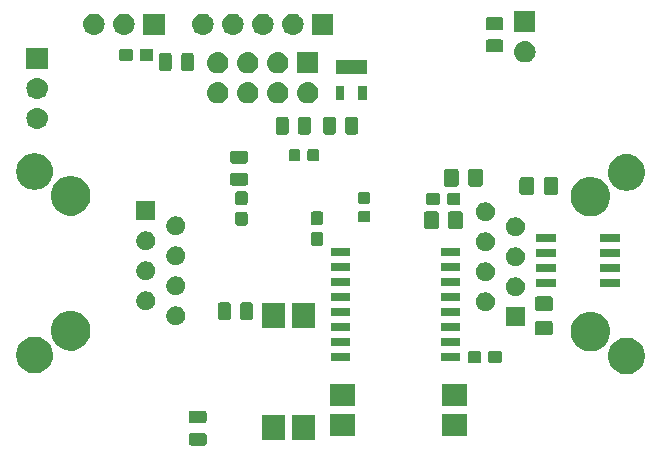
<source format=gbr>
G04 #@! TF.GenerationSoftware,KiCad,Pcbnew,(5.1.0)-1*
G04 #@! TF.CreationDate,2020-04-24T14:50:20+08:00*
G04 #@! TF.ProjectId,rs485_for_servo,72733438-355f-4666-9f72-5f736572766f,rev?*
G04 #@! TF.SameCoordinates,Original*
G04 #@! TF.FileFunction,Soldermask,Bot*
G04 #@! TF.FilePolarity,Negative*
%FSLAX46Y46*%
G04 Gerber Fmt 4.6, Leading zero omitted, Abs format (unit mm)*
G04 Created by KiCad (PCBNEW (5.1.0)-1) date 2020-04-24 14:50:20*
%MOMM*%
%LPD*%
G04 APERTURE LIST*
%ADD10C,0.100000*%
G04 APERTURE END LIST*
D10*
G36*
X94584468Y-55303565D02*
G01*
X94623138Y-55315296D01*
X94658777Y-55334346D01*
X94690017Y-55359983D01*
X94715654Y-55391223D01*
X94734704Y-55426862D01*
X94746435Y-55465532D01*
X94751000Y-55511888D01*
X94751000Y-56163112D01*
X94746435Y-56209468D01*
X94734704Y-56248138D01*
X94715654Y-56283777D01*
X94690017Y-56315017D01*
X94658777Y-56340654D01*
X94623138Y-56359704D01*
X94584468Y-56371435D01*
X94538112Y-56376000D01*
X93461888Y-56376000D01*
X93415532Y-56371435D01*
X93376862Y-56359704D01*
X93341223Y-56340654D01*
X93309983Y-56315017D01*
X93284346Y-56283777D01*
X93265296Y-56248138D01*
X93253565Y-56209468D01*
X93249000Y-56163112D01*
X93249000Y-55511888D01*
X93253565Y-55465532D01*
X93265296Y-55426862D01*
X93284346Y-55391223D01*
X93309983Y-55359983D01*
X93341223Y-55334346D01*
X93376862Y-55315296D01*
X93415532Y-55303565D01*
X93461888Y-55299000D01*
X94538112Y-55299000D01*
X94584468Y-55303565D01*
X94584468Y-55303565D01*
G37*
G36*
X103911000Y-55916000D02*
G01*
X102029000Y-55916000D01*
X102029000Y-53814000D01*
X103911000Y-53814000D01*
X103911000Y-55916000D01*
X103911000Y-55916000D01*
G37*
G36*
X101371000Y-55916000D02*
G01*
X99489000Y-55916000D01*
X99489000Y-53814000D01*
X101371000Y-53814000D01*
X101371000Y-55916000D01*
X101371000Y-55916000D01*
G37*
G36*
X107284000Y-55551000D02*
G01*
X105182000Y-55551000D01*
X105182000Y-53669000D01*
X107284000Y-53669000D01*
X107284000Y-55551000D01*
X107284000Y-55551000D01*
G37*
G36*
X116814000Y-55551000D02*
G01*
X114712000Y-55551000D01*
X114712000Y-53669000D01*
X116814000Y-53669000D01*
X116814000Y-55551000D01*
X116814000Y-55551000D01*
G37*
G36*
X94584468Y-53428565D02*
G01*
X94623138Y-53440296D01*
X94658777Y-53459346D01*
X94690017Y-53484983D01*
X94715654Y-53516223D01*
X94734704Y-53551862D01*
X94746435Y-53590532D01*
X94751000Y-53636888D01*
X94751000Y-54288112D01*
X94746435Y-54334468D01*
X94734704Y-54373138D01*
X94715654Y-54408777D01*
X94690017Y-54440017D01*
X94658777Y-54465654D01*
X94623138Y-54484704D01*
X94584468Y-54496435D01*
X94538112Y-54501000D01*
X93461888Y-54501000D01*
X93415532Y-54496435D01*
X93376862Y-54484704D01*
X93341223Y-54465654D01*
X93309983Y-54440017D01*
X93284346Y-54408777D01*
X93265296Y-54373138D01*
X93253565Y-54334468D01*
X93249000Y-54288112D01*
X93249000Y-53636888D01*
X93253565Y-53590532D01*
X93265296Y-53551862D01*
X93284346Y-53516223D01*
X93309983Y-53484983D01*
X93341223Y-53459346D01*
X93376862Y-53440296D01*
X93415532Y-53428565D01*
X93461888Y-53424000D01*
X94538112Y-53424000D01*
X94584468Y-53428565D01*
X94584468Y-53428565D01*
G37*
G36*
X116814000Y-53011000D02*
G01*
X114712000Y-53011000D01*
X114712000Y-51129000D01*
X116814000Y-51129000D01*
X116814000Y-53011000D01*
X116814000Y-53011000D01*
G37*
G36*
X107284000Y-53011000D02*
G01*
X105182000Y-53011000D01*
X105182000Y-51129000D01*
X107284000Y-51129000D01*
X107284000Y-53011000D01*
X107284000Y-53011000D01*
G37*
G36*
X130606585Y-47269802D02*
G01*
X130756410Y-47299604D01*
X131038674Y-47416521D01*
X131292705Y-47586259D01*
X131508741Y-47802295D01*
X131678479Y-48056326D01*
X131795396Y-48338590D01*
X131809998Y-48412000D01*
X131854754Y-48637000D01*
X131855000Y-48638240D01*
X131855000Y-48943760D01*
X131795396Y-49243410D01*
X131678479Y-49525674D01*
X131508741Y-49779705D01*
X131292705Y-49995741D01*
X131038674Y-50165479D01*
X130756410Y-50282396D01*
X130606585Y-50312198D01*
X130456761Y-50342000D01*
X130151239Y-50342000D01*
X130001415Y-50312198D01*
X129851590Y-50282396D01*
X129569326Y-50165479D01*
X129315295Y-49995741D01*
X129099259Y-49779705D01*
X128929521Y-49525674D01*
X128812604Y-49243410D01*
X128753000Y-48943760D01*
X128753000Y-48638240D01*
X128753247Y-48637000D01*
X128798002Y-48412000D01*
X128812604Y-48338590D01*
X128929521Y-48056326D01*
X129099259Y-47802295D01*
X129315295Y-47586259D01*
X129569326Y-47416521D01*
X129851590Y-47299604D01*
X130001415Y-47269802D01*
X130151239Y-47240000D01*
X130456761Y-47240000D01*
X130606585Y-47269802D01*
X130606585Y-47269802D01*
G37*
G36*
X80502585Y-47193802D02*
G01*
X80652410Y-47223604D01*
X80934674Y-47340521D01*
X81188705Y-47510259D01*
X81404741Y-47726295D01*
X81574479Y-47980326D01*
X81691396Y-48262590D01*
X81708304Y-48347592D01*
X81751000Y-48562239D01*
X81751000Y-48867761D01*
X81721198Y-49017585D01*
X81691396Y-49167410D01*
X81574479Y-49449674D01*
X81404741Y-49703705D01*
X81188705Y-49919741D01*
X80934674Y-50089479D01*
X80652410Y-50206396D01*
X80502585Y-50236198D01*
X80352761Y-50266000D01*
X80047239Y-50266000D01*
X79897415Y-50236198D01*
X79747590Y-50206396D01*
X79465326Y-50089479D01*
X79211295Y-49919741D01*
X78995259Y-49703705D01*
X78825521Y-49449674D01*
X78708604Y-49167410D01*
X78678802Y-49017585D01*
X78649000Y-48867761D01*
X78649000Y-48562239D01*
X78691696Y-48347592D01*
X78708604Y-48262590D01*
X78825521Y-47980326D01*
X78995259Y-47726295D01*
X79211295Y-47510259D01*
X79465326Y-47340521D01*
X79747590Y-47223604D01*
X79897415Y-47193802D01*
X80047239Y-47164000D01*
X80352761Y-47164000D01*
X80502585Y-47193802D01*
X80502585Y-47193802D01*
G37*
G36*
X117839499Y-48378445D02*
G01*
X117876995Y-48389820D01*
X117911554Y-48408292D01*
X117941847Y-48433153D01*
X117966708Y-48463446D01*
X117985180Y-48498005D01*
X117996555Y-48535501D01*
X118001000Y-48580638D01*
X118001000Y-49219362D01*
X117996555Y-49264499D01*
X117985180Y-49301995D01*
X117966708Y-49336554D01*
X117941847Y-49366847D01*
X117911554Y-49391708D01*
X117876995Y-49410180D01*
X117839499Y-49421555D01*
X117794362Y-49426000D01*
X117055638Y-49426000D01*
X117010501Y-49421555D01*
X116973005Y-49410180D01*
X116938446Y-49391708D01*
X116908153Y-49366847D01*
X116883292Y-49336554D01*
X116864820Y-49301995D01*
X116853445Y-49264499D01*
X116849000Y-49219362D01*
X116849000Y-48580638D01*
X116853445Y-48535501D01*
X116864820Y-48498005D01*
X116883292Y-48463446D01*
X116908153Y-48433153D01*
X116938446Y-48408292D01*
X116973005Y-48389820D01*
X117010501Y-48378445D01*
X117055638Y-48374000D01*
X117794362Y-48374000D01*
X117839499Y-48378445D01*
X117839499Y-48378445D01*
G37*
G36*
X119589499Y-48378445D02*
G01*
X119626995Y-48389820D01*
X119661554Y-48408292D01*
X119691847Y-48433153D01*
X119716708Y-48463446D01*
X119735180Y-48498005D01*
X119746555Y-48535501D01*
X119751000Y-48580638D01*
X119751000Y-49219362D01*
X119746555Y-49264499D01*
X119735180Y-49301995D01*
X119716708Y-49336554D01*
X119691847Y-49366847D01*
X119661554Y-49391708D01*
X119626995Y-49410180D01*
X119589499Y-49421555D01*
X119544362Y-49426000D01*
X118805638Y-49426000D01*
X118760501Y-49421555D01*
X118723005Y-49410180D01*
X118688446Y-49391708D01*
X118658153Y-49366847D01*
X118633292Y-49336554D01*
X118614820Y-49301995D01*
X118603445Y-49264499D01*
X118599000Y-49219362D01*
X118599000Y-48580638D01*
X118603445Y-48535501D01*
X118614820Y-48498005D01*
X118633292Y-48463446D01*
X118658153Y-48433153D01*
X118688446Y-48408292D01*
X118723005Y-48389820D01*
X118760501Y-48378445D01*
X118805638Y-48374000D01*
X119544362Y-48374000D01*
X119589499Y-48378445D01*
X119589499Y-48378445D01*
G37*
G36*
X106895000Y-49246000D02*
G01*
X105293000Y-49246000D01*
X105293000Y-48544000D01*
X106895000Y-48544000D01*
X106895000Y-49246000D01*
X106895000Y-49246000D01*
G37*
G36*
X116195000Y-49246000D02*
G01*
X114593000Y-49246000D01*
X114593000Y-48544000D01*
X116195000Y-48544000D01*
X116195000Y-49246000D01*
X116195000Y-49246000D01*
G37*
G36*
X127580971Y-45092204D02*
G01*
X127742871Y-45124408D01*
X128047883Y-45250748D01*
X128322387Y-45434166D01*
X128555834Y-45667613D01*
X128739252Y-45942117D01*
X128865592Y-46247129D01*
X128893215Y-46386000D01*
X128930000Y-46570927D01*
X128930000Y-46901073D01*
X128924238Y-46930038D01*
X128865592Y-47224871D01*
X128739252Y-47529883D01*
X128555834Y-47804387D01*
X128322387Y-48037834D01*
X128047883Y-48221252D01*
X127742871Y-48347592D01*
X127610110Y-48374000D01*
X127419073Y-48412000D01*
X127088927Y-48412000D01*
X126897890Y-48374000D01*
X126765129Y-48347592D01*
X126460117Y-48221252D01*
X126185613Y-48037834D01*
X125952166Y-47804387D01*
X125768748Y-47529883D01*
X125642408Y-47224871D01*
X125583762Y-46930038D01*
X125578000Y-46901073D01*
X125578000Y-46570927D01*
X125614785Y-46386000D01*
X125642408Y-46247129D01*
X125768748Y-45942117D01*
X125952166Y-45667613D01*
X126185613Y-45434166D01*
X126460117Y-45250748D01*
X126765129Y-45124408D01*
X126927029Y-45092204D01*
X127088927Y-45060000D01*
X127419073Y-45060000D01*
X127580971Y-45092204D01*
X127580971Y-45092204D01*
G37*
G36*
X83548718Y-45010584D02*
G01*
X83738871Y-45048408D01*
X84043883Y-45174748D01*
X84318387Y-45358166D01*
X84551834Y-45591613D01*
X84735252Y-45866117D01*
X84861592Y-46171129D01*
X84876709Y-46247129D01*
X84926000Y-46494927D01*
X84926000Y-46825073D01*
X84914481Y-46882983D01*
X84861592Y-47148871D01*
X84735252Y-47453883D01*
X84551834Y-47728387D01*
X84318387Y-47961834D01*
X84043883Y-48145252D01*
X83738871Y-48271592D01*
X83415073Y-48336000D01*
X83084927Y-48336000D01*
X82923029Y-48303796D01*
X82761129Y-48271592D01*
X82456117Y-48145252D01*
X82181613Y-47961834D01*
X81948166Y-47728387D01*
X81764748Y-47453883D01*
X81638408Y-47148871D01*
X81585519Y-46882983D01*
X81574000Y-46825073D01*
X81574000Y-46494927D01*
X81623291Y-46247129D01*
X81638408Y-46171129D01*
X81764748Y-45866117D01*
X81948166Y-45591613D01*
X82181613Y-45358166D01*
X82456117Y-45174748D01*
X82761129Y-45048408D01*
X82951282Y-45010584D01*
X83084927Y-44984000D01*
X83415073Y-44984000D01*
X83548718Y-45010584D01*
X83548718Y-45010584D01*
G37*
G36*
X106895000Y-47976000D02*
G01*
X105293000Y-47976000D01*
X105293000Y-47274000D01*
X106895000Y-47274000D01*
X106895000Y-47976000D01*
X106895000Y-47976000D01*
G37*
G36*
X116195000Y-47976000D02*
G01*
X114593000Y-47976000D01*
X114593000Y-47274000D01*
X116195000Y-47274000D01*
X116195000Y-47976000D01*
X116195000Y-47976000D01*
G37*
G36*
X123888674Y-45803465D02*
G01*
X123926367Y-45814899D01*
X123961103Y-45833466D01*
X123991548Y-45858452D01*
X124016534Y-45888897D01*
X124035101Y-45923633D01*
X124046535Y-45961326D01*
X124051000Y-46006661D01*
X124051000Y-46843339D01*
X124046535Y-46888674D01*
X124035101Y-46926367D01*
X124016534Y-46961103D01*
X123991548Y-46991548D01*
X123961103Y-47016534D01*
X123926367Y-47035101D01*
X123888674Y-47046535D01*
X123843339Y-47051000D01*
X122756661Y-47051000D01*
X122711326Y-47046535D01*
X122673633Y-47035101D01*
X122638897Y-47016534D01*
X122608452Y-46991548D01*
X122583466Y-46961103D01*
X122564899Y-46926367D01*
X122553465Y-46888674D01*
X122549000Y-46843339D01*
X122549000Y-46006661D01*
X122553465Y-45961326D01*
X122564899Y-45923633D01*
X122583466Y-45888897D01*
X122608452Y-45858452D01*
X122638897Y-45833466D01*
X122673633Y-45814899D01*
X122711326Y-45803465D01*
X122756661Y-45799000D01*
X123843339Y-45799000D01*
X123888674Y-45803465D01*
X123888674Y-45803465D01*
G37*
G36*
X116195000Y-46706000D02*
G01*
X114593000Y-46706000D01*
X114593000Y-46004000D01*
X116195000Y-46004000D01*
X116195000Y-46706000D01*
X116195000Y-46706000D01*
G37*
G36*
X106895000Y-46706000D02*
G01*
X105293000Y-46706000D01*
X105293000Y-46004000D01*
X106895000Y-46004000D01*
X106895000Y-46706000D01*
X106895000Y-46706000D01*
G37*
G36*
X101371000Y-46386000D02*
G01*
X99489000Y-46386000D01*
X99489000Y-44284000D01*
X101371000Y-44284000D01*
X101371000Y-46386000D01*
X101371000Y-46386000D01*
G37*
G36*
X103911000Y-46386000D02*
G01*
X102029000Y-46386000D01*
X102029000Y-44284000D01*
X103911000Y-44284000D01*
X103911000Y-46386000D01*
X103911000Y-46386000D01*
G37*
G36*
X121705000Y-46267000D02*
G01*
X120103000Y-46267000D01*
X120103000Y-44665000D01*
X121705000Y-44665000D01*
X121705000Y-46267000D01*
X121705000Y-46267000D01*
G37*
G36*
X92373642Y-44619781D02*
G01*
X92519414Y-44680162D01*
X92519416Y-44680163D01*
X92650608Y-44767822D01*
X92762178Y-44879392D01*
X92843433Y-45001000D01*
X92849838Y-45010586D01*
X92910219Y-45156358D01*
X92941000Y-45311107D01*
X92941000Y-45468893D01*
X92910219Y-45623642D01*
X92859356Y-45746435D01*
X92849837Y-45769416D01*
X92762178Y-45900608D01*
X92650608Y-46012178D01*
X92519416Y-46099837D01*
X92519415Y-46099838D01*
X92519414Y-46099838D01*
X92373642Y-46160219D01*
X92218893Y-46191000D01*
X92061107Y-46191000D01*
X91906358Y-46160219D01*
X91760586Y-46099838D01*
X91760585Y-46099838D01*
X91760584Y-46099837D01*
X91629392Y-46012178D01*
X91517822Y-45900608D01*
X91430163Y-45769416D01*
X91420644Y-45746435D01*
X91369781Y-45623642D01*
X91339000Y-45468893D01*
X91339000Y-45311107D01*
X91369781Y-45156358D01*
X91430162Y-45010586D01*
X91436567Y-45001000D01*
X91517822Y-44879392D01*
X91629392Y-44767822D01*
X91760584Y-44680163D01*
X91760586Y-44680162D01*
X91906358Y-44619781D01*
X92061107Y-44589000D01*
X92218893Y-44589000D01*
X92373642Y-44619781D01*
X92373642Y-44619781D01*
G37*
G36*
X96634468Y-44253565D02*
G01*
X96673138Y-44265296D01*
X96708777Y-44284346D01*
X96740017Y-44309983D01*
X96765654Y-44341223D01*
X96784704Y-44376862D01*
X96796435Y-44415532D01*
X96801000Y-44461888D01*
X96801000Y-45538112D01*
X96796435Y-45584468D01*
X96784704Y-45623138D01*
X96765654Y-45658777D01*
X96740017Y-45690017D01*
X96708777Y-45715654D01*
X96673138Y-45734704D01*
X96634468Y-45746435D01*
X96588112Y-45751000D01*
X95936888Y-45751000D01*
X95890532Y-45746435D01*
X95851862Y-45734704D01*
X95816223Y-45715654D01*
X95784983Y-45690017D01*
X95759346Y-45658777D01*
X95740296Y-45623138D01*
X95728565Y-45584468D01*
X95724000Y-45538112D01*
X95724000Y-44461888D01*
X95728565Y-44415532D01*
X95740296Y-44376862D01*
X95759346Y-44341223D01*
X95784983Y-44309983D01*
X95816223Y-44284346D01*
X95851862Y-44265296D01*
X95890532Y-44253565D01*
X95936888Y-44249000D01*
X96588112Y-44249000D01*
X96634468Y-44253565D01*
X96634468Y-44253565D01*
G37*
G36*
X98509468Y-44253565D02*
G01*
X98548138Y-44265296D01*
X98583777Y-44284346D01*
X98615017Y-44309983D01*
X98640654Y-44341223D01*
X98659704Y-44376862D01*
X98671435Y-44415532D01*
X98676000Y-44461888D01*
X98676000Y-45538112D01*
X98671435Y-45584468D01*
X98659704Y-45623138D01*
X98640654Y-45658777D01*
X98615017Y-45690017D01*
X98583777Y-45715654D01*
X98548138Y-45734704D01*
X98509468Y-45746435D01*
X98463112Y-45751000D01*
X97811888Y-45751000D01*
X97765532Y-45746435D01*
X97726862Y-45734704D01*
X97691223Y-45715654D01*
X97659983Y-45690017D01*
X97634346Y-45658777D01*
X97615296Y-45623138D01*
X97603565Y-45584468D01*
X97599000Y-45538112D01*
X97599000Y-44461888D01*
X97603565Y-44415532D01*
X97615296Y-44376862D01*
X97634346Y-44341223D01*
X97659983Y-44309983D01*
X97691223Y-44284346D01*
X97726862Y-44265296D01*
X97765532Y-44253565D01*
X97811888Y-44249000D01*
X98463112Y-44249000D01*
X98509468Y-44253565D01*
X98509468Y-44253565D01*
G37*
G36*
X106895000Y-45436000D02*
G01*
X105293000Y-45436000D01*
X105293000Y-44734000D01*
X106895000Y-44734000D01*
X106895000Y-45436000D01*
X106895000Y-45436000D01*
G37*
G36*
X116195000Y-45436000D02*
G01*
X114593000Y-45436000D01*
X114593000Y-44734000D01*
X116195000Y-44734000D01*
X116195000Y-45436000D01*
X116195000Y-45436000D01*
G37*
G36*
X123888674Y-43753465D02*
G01*
X123926367Y-43764899D01*
X123961103Y-43783466D01*
X123991548Y-43808452D01*
X124016534Y-43838897D01*
X124035101Y-43873633D01*
X124046535Y-43911326D01*
X124051000Y-43956661D01*
X124051000Y-44793339D01*
X124046535Y-44838674D01*
X124035101Y-44876367D01*
X124016534Y-44911103D01*
X123991548Y-44941548D01*
X123961103Y-44966534D01*
X123926367Y-44985101D01*
X123888674Y-44996535D01*
X123843339Y-45001000D01*
X122756661Y-45001000D01*
X122711326Y-44996535D01*
X122673633Y-44985101D01*
X122638897Y-44966534D01*
X122608452Y-44941548D01*
X122583466Y-44911103D01*
X122564899Y-44876367D01*
X122553465Y-44838674D01*
X122549000Y-44793339D01*
X122549000Y-43956661D01*
X122553465Y-43911326D01*
X122564899Y-43873633D01*
X122583466Y-43838897D01*
X122608452Y-43808452D01*
X122638897Y-43783466D01*
X122673633Y-43764899D01*
X122711326Y-43753465D01*
X122756661Y-43749000D01*
X123843339Y-43749000D01*
X123888674Y-43753465D01*
X123888674Y-43753465D01*
G37*
G36*
X118597642Y-43425781D02*
G01*
X118743414Y-43486162D01*
X118743416Y-43486163D01*
X118874608Y-43573822D01*
X118986178Y-43685392D01*
X119068403Y-43808452D01*
X119073838Y-43816586D01*
X119134219Y-43962358D01*
X119165000Y-44117107D01*
X119165000Y-44274893D01*
X119134219Y-44429642D01*
X119097516Y-44518250D01*
X119073837Y-44575416D01*
X118986178Y-44706608D01*
X118874608Y-44818178D01*
X118743416Y-44905837D01*
X118743415Y-44905838D01*
X118743414Y-44905838D01*
X118597642Y-44966219D01*
X118442893Y-44997000D01*
X118285107Y-44997000D01*
X118130358Y-44966219D01*
X117984586Y-44905838D01*
X117984585Y-44905838D01*
X117984584Y-44905837D01*
X117853392Y-44818178D01*
X117741822Y-44706608D01*
X117654163Y-44575416D01*
X117630484Y-44518250D01*
X117593781Y-44429642D01*
X117563000Y-44274893D01*
X117563000Y-44117107D01*
X117593781Y-43962358D01*
X117654162Y-43816586D01*
X117659597Y-43808452D01*
X117741822Y-43685392D01*
X117853392Y-43573822D01*
X117984584Y-43486163D01*
X117984586Y-43486162D01*
X118130358Y-43425781D01*
X118285107Y-43395000D01*
X118442893Y-43395000D01*
X118597642Y-43425781D01*
X118597642Y-43425781D01*
G37*
G36*
X89833642Y-43349781D02*
G01*
X89979414Y-43410162D01*
X89979416Y-43410163D01*
X90110608Y-43497822D01*
X90222178Y-43609392D01*
X90309837Y-43740584D01*
X90309838Y-43740586D01*
X90370219Y-43886358D01*
X90401000Y-44041107D01*
X90401000Y-44198893D01*
X90370219Y-44353642D01*
X90309838Y-44499414D01*
X90309837Y-44499416D01*
X90222178Y-44630608D01*
X90110608Y-44742178D01*
X89979416Y-44829837D01*
X89979415Y-44829838D01*
X89979414Y-44829838D01*
X89833642Y-44890219D01*
X89678893Y-44921000D01*
X89521107Y-44921000D01*
X89366358Y-44890219D01*
X89220586Y-44829838D01*
X89220585Y-44829838D01*
X89220584Y-44829837D01*
X89089392Y-44742178D01*
X88977822Y-44630608D01*
X88890163Y-44499416D01*
X88890162Y-44499414D01*
X88829781Y-44353642D01*
X88799000Y-44198893D01*
X88799000Y-44041107D01*
X88829781Y-43886358D01*
X88890162Y-43740586D01*
X88890163Y-43740584D01*
X88977822Y-43609392D01*
X89089392Y-43497822D01*
X89220584Y-43410163D01*
X89220586Y-43410162D01*
X89366358Y-43349781D01*
X89521107Y-43319000D01*
X89678893Y-43319000D01*
X89833642Y-43349781D01*
X89833642Y-43349781D01*
G37*
G36*
X106895000Y-44166000D02*
G01*
X105293000Y-44166000D01*
X105293000Y-43464000D01*
X106895000Y-43464000D01*
X106895000Y-44166000D01*
X106895000Y-44166000D01*
G37*
G36*
X116195000Y-44166000D02*
G01*
X114593000Y-44166000D01*
X114593000Y-43464000D01*
X116195000Y-43464000D01*
X116195000Y-44166000D01*
X116195000Y-44166000D01*
G37*
G36*
X121137642Y-42155781D02*
G01*
X121283414Y-42216162D01*
X121283416Y-42216163D01*
X121414608Y-42303822D01*
X121526178Y-42415392D01*
X121563057Y-42470586D01*
X121613838Y-42546586D01*
X121674219Y-42692358D01*
X121705000Y-42847107D01*
X121705000Y-43004893D01*
X121674219Y-43159642D01*
X121613838Y-43305414D01*
X121613837Y-43305416D01*
X121526178Y-43436608D01*
X121414608Y-43548178D01*
X121283416Y-43635837D01*
X121283415Y-43635838D01*
X121283414Y-43635838D01*
X121137642Y-43696219D01*
X120982893Y-43727000D01*
X120825107Y-43727000D01*
X120670358Y-43696219D01*
X120524586Y-43635838D01*
X120524585Y-43635838D01*
X120524584Y-43635837D01*
X120393392Y-43548178D01*
X120281822Y-43436608D01*
X120194163Y-43305416D01*
X120194162Y-43305414D01*
X120133781Y-43159642D01*
X120103000Y-43004893D01*
X120103000Y-42847107D01*
X120133781Y-42692358D01*
X120194162Y-42546586D01*
X120244943Y-42470586D01*
X120281822Y-42415392D01*
X120393392Y-42303822D01*
X120524584Y-42216163D01*
X120524586Y-42216162D01*
X120670358Y-42155781D01*
X120825107Y-42125000D01*
X120982893Y-42125000D01*
X121137642Y-42155781D01*
X121137642Y-42155781D01*
G37*
G36*
X92373642Y-42079781D02*
G01*
X92519414Y-42140162D01*
X92519416Y-42140163D01*
X92650608Y-42227822D01*
X92762178Y-42339392D01*
X92849837Y-42470584D01*
X92849838Y-42470586D01*
X92910219Y-42616358D01*
X92941000Y-42771107D01*
X92941000Y-42928893D01*
X92910219Y-43083642D01*
X92878738Y-43159643D01*
X92849837Y-43229416D01*
X92762178Y-43360608D01*
X92650608Y-43472178D01*
X92519416Y-43559837D01*
X92519415Y-43559838D01*
X92519414Y-43559838D01*
X92373642Y-43620219D01*
X92218893Y-43651000D01*
X92061107Y-43651000D01*
X91906358Y-43620219D01*
X91760586Y-43559838D01*
X91760585Y-43559838D01*
X91760584Y-43559837D01*
X91629392Y-43472178D01*
X91517822Y-43360608D01*
X91430163Y-43229416D01*
X91401262Y-43159643D01*
X91369781Y-43083642D01*
X91339000Y-42928893D01*
X91339000Y-42771107D01*
X91369781Y-42616358D01*
X91430162Y-42470586D01*
X91430163Y-42470584D01*
X91517822Y-42339392D01*
X91629392Y-42227822D01*
X91760584Y-42140163D01*
X91760586Y-42140162D01*
X91906358Y-42079781D01*
X92061107Y-42049000D01*
X92218893Y-42049000D01*
X92373642Y-42079781D01*
X92373642Y-42079781D01*
G37*
G36*
X124326000Y-42956000D02*
G01*
X122674000Y-42956000D01*
X122674000Y-42254000D01*
X124326000Y-42254000D01*
X124326000Y-42956000D01*
X124326000Y-42956000D01*
G37*
G36*
X129726000Y-42956000D02*
G01*
X128074000Y-42956000D01*
X128074000Y-42254000D01*
X129726000Y-42254000D01*
X129726000Y-42956000D01*
X129726000Y-42956000D01*
G37*
G36*
X116195000Y-42896000D02*
G01*
X114593000Y-42896000D01*
X114593000Y-42194000D01*
X116195000Y-42194000D01*
X116195000Y-42896000D01*
X116195000Y-42896000D01*
G37*
G36*
X106895000Y-42896000D02*
G01*
X105293000Y-42896000D01*
X105293000Y-42194000D01*
X106895000Y-42194000D01*
X106895000Y-42896000D01*
X106895000Y-42896000D01*
G37*
G36*
X118597642Y-40885781D02*
G01*
X118743414Y-40946162D01*
X118743416Y-40946163D01*
X118874608Y-41033822D01*
X118986178Y-41145392D01*
X119023057Y-41200586D01*
X119073838Y-41276586D01*
X119134219Y-41422358D01*
X119165000Y-41577107D01*
X119165000Y-41734893D01*
X119134219Y-41889642D01*
X119073838Y-42035414D01*
X119073837Y-42035416D01*
X118986178Y-42166608D01*
X118874608Y-42278178D01*
X118743416Y-42365837D01*
X118743415Y-42365838D01*
X118743414Y-42365838D01*
X118597642Y-42426219D01*
X118442893Y-42457000D01*
X118285107Y-42457000D01*
X118130358Y-42426219D01*
X117984586Y-42365838D01*
X117984585Y-42365838D01*
X117984584Y-42365837D01*
X117853392Y-42278178D01*
X117741822Y-42166608D01*
X117654163Y-42035416D01*
X117654162Y-42035414D01*
X117593781Y-41889642D01*
X117563000Y-41734893D01*
X117563000Y-41577107D01*
X117593781Y-41422358D01*
X117654162Y-41276586D01*
X117704943Y-41200586D01*
X117741822Y-41145392D01*
X117853392Y-41033822D01*
X117984584Y-40946163D01*
X117984586Y-40946162D01*
X118130358Y-40885781D01*
X118285107Y-40855000D01*
X118442893Y-40855000D01*
X118597642Y-40885781D01*
X118597642Y-40885781D01*
G37*
G36*
X89833642Y-40809781D02*
G01*
X89979414Y-40870162D01*
X89979416Y-40870163D01*
X90110608Y-40957822D01*
X90222178Y-41069392D01*
X90309837Y-41200584D01*
X90309838Y-41200586D01*
X90370219Y-41346358D01*
X90401000Y-41501107D01*
X90401000Y-41658893D01*
X90370219Y-41813642D01*
X90338738Y-41889643D01*
X90309837Y-41959416D01*
X90222178Y-42090608D01*
X90110608Y-42202178D01*
X89979416Y-42289837D01*
X89979415Y-42289838D01*
X89979414Y-42289838D01*
X89833642Y-42350219D01*
X89678893Y-42381000D01*
X89521107Y-42381000D01*
X89366358Y-42350219D01*
X89220586Y-42289838D01*
X89220585Y-42289838D01*
X89220584Y-42289837D01*
X89089392Y-42202178D01*
X88977822Y-42090608D01*
X88890163Y-41959416D01*
X88861262Y-41889643D01*
X88829781Y-41813642D01*
X88799000Y-41658893D01*
X88799000Y-41501107D01*
X88829781Y-41346358D01*
X88890162Y-41200586D01*
X88890163Y-41200584D01*
X88977822Y-41069392D01*
X89089392Y-40957822D01*
X89220584Y-40870163D01*
X89220586Y-40870162D01*
X89366358Y-40809781D01*
X89521107Y-40779000D01*
X89678893Y-40779000D01*
X89833642Y-40809781D01*
X89833642Y-40809781D01*
G37*
G36*
X129726000Y-41686000D02*
G01*
X128074000Y-41686000D01*
X128074000Y-40984000D01*
X129726000Y-40984000D01*
X129726000Y-41686000D01*
X129726000Y-41686000D01*
G37*
G36*
X124326000Y-41686000D02*
G01*
X122674000Y-41686000D01*
X122674000Y-40984000D01*
X124326000Y-40984000D01*
X124326000Y-41686000D01*
X124326000Y-41686000D01*
G37*
G36*
X106895000Y-41626000D02*
G01*
X105293000Y-41626000D01*
X105293000Y-40924000D01*
X106895000Y-40924000D01*
X106895000Y-41626000D01*
X106895000Y-41626000D01*
G37*
G36*
X116195000Y-41626000D02*
G01*
X114593000Y-41626000D01*
X114593000Y-40924000D01*
X116195000Y-40924000D01*
X116195000Y-41626000D01*
X116195000Y-41626000D01*
G37*
G36*
X121137642Y-39615781D02*
G01*
X121283414Y-39676162D01*
X121283416Y-39676163D01*
X121414608Y-39763822D01*
X121526178Y-39875392D01*
X121563057Y-39930586D01*
X121613838Y-40006586D01*
X121674219Y-40152358D01*
X121705000Y-40307107D01*
X121705000Y-40464893D01*
X121674219Y-40619642D01*
X121613838Y-40765414D01*
X121613837Y-40765416D01*
X121526178Y-40896608D01*
X121414608Y-41008178D01*
X121283416Y-41095837D01*
X121283415Y-41095838D01*
X121283414Y-41095838D01*
X121137642Y-41156219D01*
X120982893Y-41187000D01*
X120825107Y-41187000D01*
X120670358Y-41156219D01*
X120524586Y-41095838D01*
X120524585Y-41095838D01*
X120524584Y-41095837D01*
X120393392Y-41008178D01*
X120281822Y-40896608D01*
X120194163Y-40765416D01*
X120194162Y-40765414D01*
X120133781Y-40619642D01*
X120103000Y-40464893D01*
X120103000Y-40307107D01*
X120133781Y-40152358D01*
X120194162Y-40006586D01*
X120244943Y-39930586D01*
X120281822Y-39875392D01*
X120393392Y-39763822D01*
X120524584Y-39676163D01*
X120524586Y-39676162D01*
X120670358Y-39615781D01*
X120825107Y-39585000D01*
X120982893Y-39585000D01*
X121137642Y-39615781D01*
X121137642Y-39615781D01*
G37*
G36*
X92373642Y-39539781D02*
G01*
X92519414Y-39600162D01*
X92519416Y-39600163D01*
X92650608Y-39687822D01*
X92762178Y-39799392D01*
X92849837Y-39930584D01*
X92849838Y-39930586D01*
X92910219Y-40076358D01*
X92941000Y-40231107D01*
X92941000Y-40388893D01*
X92910219Y-40543642D01*
X92878738Y-40619643D01*
X92849837Y-40689416D01*
X92762178Y-40820608D01*
X92650608Y-40932178D01*
X92519416Y-41019837D01*
X92519415Y-41019838D01*
X92519414Y-41019838D01*
X92373642Y-41080219D01*
X92218893Y-41111000D01*
X92061107Y-41111000D01*
X91906358Y-41080219D01*
X91760586Y-41019838D01*
X91760585Y-41019838D01*
X91760584Y-41019837D01*
X91629392Y-40932178D01*
X91517822Y-40820608D01*
X91430163Y-40689416D01*
X91401262Y-40619643D01*
X91369781Y-40543642D01*
X91339000Y-40388893D01*
X91339000Y-40231107D01*
X91369781Y-40076358D01*
X91430162Y-39930586D01*
X91430163Y-39930584D01*
X91517822Y-39799392D01*
X91629392Y-39687822D01*
X91760584Y-39600163D01*
X91760586Y-39600162D01*
X91906358Y-39539781D01*
X92061107Y-39509000D01*
X92218893Y-39509000D01*
X92373642Y-39539781D01*
X92373642Y-39539781D01*
G37*
G36*
X124326000Y-40416000D02*
G01*
X122674000Y-40416000D01*
X122674000Y-39714000D01*
X124326000Y-39714000D01*
X124326000Y-40416000D01*
X124326000Y-40416000D01*
G37*
G36*
X129726000Y-40416000D02*
G01*
X128074000Y-40416000D01*
X128074000Y-39714000D01*
X129726000Y-39714000D01*
X129726000Y-40416000D01*
X129726000Y-40416000D01*
G37*
G36*
X116195000Y-40356000D02*
G01*
X114593000Y-40356000D01*
X114593000Y-39654000D01*
X116195000Y-39654000D01*
X116195000Y-40356000D01*
X116195000Y-40356000D01*
G37*
G36*
X106895000Y-40356000D02*
G01*
X105293000Y-40356000D01*
X105293000Y-39654000D01*
X106895000Y-39654000D01*
X106895000Y-40356000D01*
X106895000Y-40356000D01*
G37*
G36*
X118597642Y-38345781D02*
G01*
X118743414Y-38406162D01*
X118743416Y-38406163D01*
X118874608Y-38493822D01*
X118986178Y-38605392D01*
X119023057Y-38660586D01*
X119073838Y-38736586D01*
X119134219Y-38882358D01*
X119165000Y-39037107D01*
X119165000Y-39194893D01*
X119134219Y-39349642D01*
X119098788Y-39435180D01*
X119073837Y-39495416D01*
X118986178Y-39626608D01*
X118874608Y-39738178D01*
X118743416Y-39825837D01*
X118743415Y-39825838D01*
X118743414Y-39825838D01*
X118597642Y-39886219D01*
X118442893Y-39917000D01*
X118285107Y-39917000D01*
X118130358Y-39886219D01*
X117984586Y-39825838D01*
X117984585Y-39825838D01*
X117984584Y-39825837D01*
X117853392Y-39738178D01*
X117741822Y-39626608D01*
X117654163Y-39495416D01*
X117629212Y-39435180D01*
X117593781Y-39349642D01*
X117563000Y-39194893D01*
X117563000Y-39037107D01*
X117593781Y-38882358D01*
X117654162Y-38736586D01*
X117704943Y-38660586D01*
X117741822Y-38605392D01*
X117853392Y-38493822D01*
X117984584Y-38406163D01*
X117984586Y-38406162D01*
X118130358Y-38345781D01*
X118285107Y-38315000D01*
X118442893Y-38315000D01*
X118597642Y-38345781D01*
X118597642Y-38345781D01*
G37*
G36*
X89833642Y-38269781D02*
G01*
X89979414Y-38330162D01*
X89979416Y-38330163D01*
X90110608Y-38417822D01*
X90222178Y-38529392D01*
X90309837Y-38660584D01*
X90309838Y-38660586D01*
X90370219Y-38806358D01*
X90401000Y-38961107D01*
X90401000Y-39118893D01*
X90370219Y-39273642D01*
X90315114Y-39406677D01*
X90309837Y-39419416D01*
X90222178Y-39550608D01*
X90110608Y-39662178D01*
X89979416Y-39749837D01*
X89979415Y-39749838D01*
X89979414Y-39749838D01*
X89833642Y-39810219D01*
X89678893Y-39841000D01*
X89521107Y-39841000D01*
X89366358Y-39810219D01*
X89220586Y-39749838D01*
X89220585Y-39749838D01*
X89220584Y-39749837D01*
X89089392Y-39662178D01*
X88977822Y-39550608D01*
X88890163Y-39419416D01*
X88884886Y-39406677D01*
X88829781Y-39273642D01*
X88799000Y-39118893D01*
X88799000Y-38961107D01*
X88829781Y-38806358D01*
X88890162Y-38660586D01*
X88890163Y-38660584D01*
X88977822Y-38529392D01*
X89089392Y-38417822D01*
X89220584Y-38330163D01*
X89220586Y-38330162D01*
X89366358Y-38269781D01*
X89521107Y-38239000D01*
X89678893Y-38239000D01*
X89833642Y-38269781D01*
X89833642Y-38269781D01*
G37*
G36*
X104464499Y-38303445D02*
G01*
X104501995Y-38314820D01*
X104536554Y-38333292D01*
X104566847Y-38358153D01*
X104591708Y-38388446D01*
X104610180Y-38423005D01*
X104621555Y-38460501D01*
X104626000Y-38505638D01*
X104626000Y-39244362D01*
X104621555Y-39289499D01*
X104610180Y-39326995D01*
X104591708Y-39361554D01*
X104566847Y-39391847D01*
X104536554Y-39416708D01*
X104501995Y-39435180D01*
X104464499Y-39446555D01*
X104419362Y-39451000D01*
X103780638Y-39451000D01*
X103735501Y-39446555D01*
X103698005Y-39435180D01*
X103663446Y-39416708D01*
X103633153Y-39391847D01*
X103608292Y-39361554D01*
X103589820Y-39326995D01*
X103578445Y-39289499D01*
X103574000Y-39244362D01*
X103574000Y-38505638D01*
X103578445Y-38460501D01*
X103589820Y-38423005D01*
X103608292Y-38388446D01*
X103633153Y-38358153D01*
X103663446Y-38333292D01*
X103698005Y-38314820D01*
X103735501Y-38303445D01*
X103780638Y-38299000D01*
X104419362Y-38299000D01*
X104464499Y-38303445D01*
X104464499Y-38303445D01*
G37*
G36*
X129726000Y-39146000D02*
G01*
X128074000Y-39146000D01*
X128074000Y-38444000D01*
X129726000Y-38444000D01*
X129726000Y-39146000D01*
X129726000Y-39146000D01*
G37*
G36*
X124326000Y-39146000D02*
G01*
X122674000Y-39146000D01*
X122674000Y-38444000D01*
X124326000Y-38444000D01*
X124326000Y-39146000D01*
X124326000Y-39146000D01*
G37*
G36*
X121137642Y-37075781D02*
G01*
X121283414Y-37136162D01*
X121283416Y-37136163D01*
X121414608Y-37223822D01*
X121526178Y-37335392D01*
X121613837Y-37466584D01*
X121613838Y-37466586D01*
X121674219Y-37612358D01*
X121705000Y-37767107D01*
X121705000Y-37924893D01*
X121674219Y-38079642D01*
X121613838Y-38225414D01*
X121613837Y-38225416D01*
X121526178Y-38356608D01*
X121414608Y-38468178D01*
X121283416Y-38555837D01*
X121283415Y-38555838D01*
X121283414Y-38555838D01*
X121137642Y-38616219D01*
X120982893Y-38647000D01*
X120825107Y-38647000D01*
X120670358Y-38616219D01*
X120524586Y-38555838D01*
X120524585Y-38555838D01*
X120524584Y-38555837D01*
X120393392Y-38468178D01*
X120281822Y-38356608D01*
X120194163Y-38225416D01*
X120194162Y-38225414D01*
X120133781Y-38079642D01*
X120103000Y-37924893D01*
X120103000Y-37767107D01*
X120133781Y-37612358D01*
X120194162Y-37466586D01*
X120194163Y-37466584D01*
X120281822Y-37335392D01*
X120393392Y-37223822D01*
X120524584Y-37136163D01*
X120524586Y-37136162D01*
X120670358Y-37075781D01*
X120825107Y-37045000D01*
X120982893Y-37045000D01*
X121137642Y-37075781D01*
X121137642Y-37075781D01*
G37*
G36*
X92373642Y-36999781D02*
G01*
X92519414Y-37060162D01*
X92519416Y-37060163D01*
X92650608Y-37147822D01*
X92762178Y-37259392D01*
X92849837Y-37390584D01*
X92849838Y-37390586D01*
X92910219Y-37536358D01*
X92941000Y-37691107D01*
X92941000Y-37848893D01*
X92910219Y-38003642D01*
X92878738Y-38079643D01*
X92849837Y-38149416D01*
X92762178Y-38280608D01*
X92650608Y-38392178D01*
X92519416Y-38479837D01*
X92519415Y-38479838D01*
X92519414Y-38479838D01*
X92373642Y-38540219D01*
X92218893Y-38571000D01*
X92061107Y-38571000D01*
X91906358Y-38540219D01*
X91760586Y-38479838D01*
X91760585Y-38479838D01*
X91760584Y-38479837D01*
X91629392Y-38392178D01*
X91517822Y-38280608D01*
X91430163Y-38149416D01*
X91401262Y-38079643D01*
X91369781Y-38003642D01*
X91339000Y-37848893D01*
X91339000Y-37691107D01*
X91369781Y-37536358D01*
X91430162Y-37390586D01*
X91430163Y-37390584D01*
X91517822Y-37259392D01*
X91629392Y-37147822D01*
X91760584Y-37060163D01*
X91760586Y-37060162D01*
X91906358Y-36999781D01*
X92061107Y-36969000D01*
X92218893Y-36969000D01*
X92373642Y-36999781D01*
X92373642Y-36999781D01*
G37*
G36*
X116288674Y-36553465D02*
G01*
X116326367Y-36564899D01*
X116361103Y-36583466D01*
X116391548Y-36608452D01*
X116416534Y-36638897D01*
X116435101Y-36673633D01*
X116446535Y-36711326D01*
X116451000Y-36756661D01*
X116451000Y-37843339D01*
X116446535Y-37888674D01*
X116435101Y-37926367D01*
X116416534Y-37961103D01*
X116391548Y-37991548D01*
X116361103Y-38016534D01*
X116326367Y-38035101D01*
X116288674Y-38046535D01*
X116243339Y-38051000D01*
X115406661Y-38051000D01*
X115361326Y-38046535D01*
X115323633Y-38035101D01*
X115288897Y-38016534D01*
X115258452Y-37991548D01*
X115233466Y-37961103D01*
X115214899Y-37926367D01*
X115203465Y-37888674D01*
X115199000Y-37843339D01*
X115199000Y-36756661D01*
X115203465Y-36711326D01*
X115214899Y-36673633D01*
X115233466Y-36638897D01*
X115258452Y-36608452D01*
X115288897Y-36583466D01*
X115323633Y-36564899D01*
X115361326Y-36553465D01*
X115406661Y-36549000D01*
X116243339Y-36549000D01*
X116288674Y-36553465D01*
X116288674Y-36553465D01*
G37*
G36*
X114238674Y-36553465D02*
G01*
X114276367Y-36564899D01*
X114311103Y-36583466D01*
X114341548Y-36608452D01*
X114366534Y-36638897D01*
X114385101Y-36673633D01*
X114396535Y-36711326D01*
X114401000Y-36756661D01*
X114401000Y-37843339D01*
X114396535Y-37888674D01*
X114385101Y-37926367D01*
X114366534Y-37961103D01*
X114341548Y-37991548D01*
X114311103Y-38016534D01*
X114276367Y-38035101D01*
X114238674Y-38046535D01*
X114193339Y-38051000D01*
X113356661Y-38051000D01*
X113311326Y-38046535D01*
X113273633Y-38035101D01*
X113238897Y-38016534D01*
X113208452Y-37991548D01*
X113183466Y-37961103D01*
X113164899Y-37926367D01*
X113153465Y-37888674D01*
X113149000Y-37843339D01*
X113149000Y-36756661D01*
X113153465Y-36711326D01*
X113164899Y-36673633D01*
X113183466Y-36638897D01*
X113208452Y-36608452D01*
X113238897Y-36583466D01*
X113273633Y-36564899D01*
X113311326Y-36553465D01*
X113356661Y-36549000D01*
X114193339Y-36549000D01*
X114238674Y-36553465D01*
X114238674Y-36553465D01*
G37*
G36*
X98064499Y-36603445D02*
G01*
X98101995Y-36614820D01*
X98136554Y-36633292D01*
X98166847Y-36658153D01*
X98191708Y-36688446D01*
X98210180Y-36723005D01*
X98221555Y-36760501D01*
X98226000Y-36805638D01*
X98226000Y-37544362D01*
X98221555Y-37589499D01*
X98210180Y-37626995D01*
X98191708Y-37661554D01*
X98166847Y-37691847D01*
X98136554Y-37716708D01*
X98101995Y-37735180D01*
X98064499Y-37746555D01*
X98019362Y-37751000D01*
X97380638Y-37751000D01*
X97335501Y-37746555D01*
X97298005Y-37735180D01*
X97263446Y-37716708D01*
X97233153Y-37691847D01*
X97208292Y-37661554D01*
X97189820Y-37626995D01*
X97178445Y-37589499D01*
X97174000Y-37544362D01*
X97174000Y-36805638D01*
X97178445Y-36760501D01*
X97189820Y-36723005D01*
X97208292Y-36688446D01*
X97233153Y-36658153D01*
X97263446Y-36633292D01*
X97298005Y-36614820D01*
X97335501Y-36603445D01*
X97380638Y-36599000D01*
X98019362Y-36599000D01*
X98064499Y-36603445D01*
X98064499Y-36603445D01*
G37*
G36*
X104464499Y-36553445D02*
G01*
X104501995Y-36564820D01*
X104536554Y-36583292D01*
X104566847Y-36608153D01*
X104591708Y-36638446D01*
X104610180Y-36673005D01*
X104621555Y-36710501D01*
X104626000Y-36755638D01*
X104626000Y-37494362D01*
X104621555Y-37539499D01*
X104610180Y-37576995D01*
X104591708Y-37611554D01*
X104566847Y-37641847D01*
X104536554Y-37666708D01*
X104501995Y-37685180D01*
X104464499Y-37696555D01*
X104419362Y-37701000D01*
X103780638Y-37701000D01*
X103735501Y-37696555D01*
X103698005Y-37685180D01*
X103663446Y-37666708D01*
X103633153Y-37641847D01*
X103608292Y-37611554D01*
X103589820Y-37576995D01*
X103578445Y-37539499D01*
X103574000Y-37494362D01*
X103574000Y-36755638D01*
X103578445Y-36710501D01*
X103589820Y-36673005D01*
X103608292Y-36638446D01*
X103633153Y-36608153D01*
X103663446Y-36583292D01*
X103698005Y-36564820D01*
X103735501Y-36553445D01*
X103780638Y-36549000D01*
X104419362Y-36549000D01*
X104464499Y-36553445D01*
X104464499Y-36553445D01*
G37*
G36*
X108479591Y-36503085D02*
G01*
X108513569Y-36513393D01*
X108544890Y-36530134D01*
X108572339Y-36552661D01*
X108594866Y-36580110D01*
X108611607Y-36611431D01*
X108621915Y-36645409D01*
X108626000Y-36686890D01*
X108626000Y-37288110D01*
X108621915Y-37329591D01*
X108611607Y-37363569D01*
X108594866Y-37394890D01*
X108572339Y-37422339D01*
X108544890Y-37444866D01*
X108513569Y-37461607D01*
X108479591Y-37471915D01*
X108438110Y-37476000D01*
X107761890Y-37476000D01*
X107720409Y-37471915D01*
X107686431Y-37461607D01*
X107655110Y-37444866D01*
X107627661Y-37422339D01*
X107605134Y-37394890D01*
X107588393Y-37363569D01*
X107578085Y-37329591D01*
X107574000Y-37288110D01*
X107574000Y-36686890D01*
X107578085Y-36645409D01*
X107588393Y-36611431D01*
X107605134Y-36580110D01*
X107627661Y-36552661D01*
X107655110Y-36530134D01*
X107686431Y-36513393D01*
X107720409Y-36503085D01*
X107761890Y-36499000D01*
X108438110Y-36499000D01*
X108479591Y-36503085D01*
X108479591Y-36503085D01*
G37*
G36*
X118597642Y-35805781D02*
G01*
X118739399Y-35864499D01*
X118743416Y-35866163D01*
X118874608Y-35953822D01*
X118986178Y-36065392D01*
X119073837Y-36196584D01*
X119073838Y-36196586D01*
X119134219Y-36342358D01*
X119165000Y-36497107D01*
X119165000Y-36654893D01*
X119134219Y-36809642D01*
X119094306Y-36906000D01*
X119073837Y-36955416D01*
X118986178Y-37086608D01*
X118874608Y-37198178D01*
X118743416Y-37285837D01*
X118743415Y-37285838D01*
X118743414Y-37285838D01*
X118597642Y-37346219D01*
X118442893Y-37377000D01*
X118285107Y-37377000D01*
X118130358Y-37346219D01*
X117984586Y-37285838D01*
X117984585Y-37285838D01*
X117984584Y-37285837D01*
X117853392Y-37198178D01*
X117741822Y-37086608D01*
X117654163Y-36955416D01*
X117633694Y-36906000D01*
X117593781Y-36809642D01*
X117563000Y-36654893D01*
X117563000Y-36497107D01*
X117593781Y-36342358D01*
X117654162Y-36196586D01*
X117654163Y-36196584D01*
X117741822Y-36065392D01*
X117853392Y-35953822D01*
X117984584Y-35866163D01*
X117988601Y-35864499D01*
X118130358Y-35805781D01*
X118285107Y-35775000D01*
X118442893Y-35775000D01*
X118597642Y-35805781D01*
X118597642Y-35805781D01*
G37*
G36*
X90401000Y-37301000D02*
G01*
X88799000Y-37301000D01*
X88799000Y-35699000D01*
X90401000Y-35699000D01*
X90401000Y-37301000D01*
X90401000Y-37301000D01*
G37*
G36*
X127514591Y-33649000D02*
G01*
X127742871Y-33694408D01*
X128047883Y-33820748D01*
X128322387Y-34004166D01*
X128555834Y-34237613D01*
X128739252Y-34512117D01*
X128865592Y-34817129D01*
X128878753Y-34883292D01*
X128928921Y-35135501D01*
X128930000Y-35140928D01*
X128930000Y-35471072D01*
X128865592Y-35794871D01*
X128739252Y-36099883D01*
X128555834Y-36374387D01*
X128322387Y-36607834D01*
X128047883Y-36791252D01*
X127742871Y-36917592D01*
X127580971Y-36949796D01*
X127419073Y-36982000D01*
X127088927Y-36982000D01*
X126765129Y-36917592D01*
X126460117Y-36791252D01*
X126185613Y-36607834D01*
X125952166Y-36374387D01*
X125768748Y-36099883D01*
X125642408Y-35794871D01*
X125578000Y-35471072D01*
X125578000Y-35140928D01*
X125579080Y-35135501D01*
X125629247Y-34883292D01*
X125642408Y-34817129D01*
X125768748Y-34512117D01*
X125952166Y-34237613D01*
X126185613Y-34004166D01*
X126460117Y-33820748D01*
X126765129Y-33694408D01*
X126993409Y-33649000D01*
X127088927Y-33630000D01*
X127419073Y-33630000D01*
X127514591Y-33649000D01*
X127514591Y-33649000D01*
G37*
G36*
X83738871Y-33618408D02*
G01*
X84043883Y-33744748D01*
X84318387Y-33928166D01*
X84551834Y-34161613D01*
X84735252Y-34436117D01*
X84855325Y-34726000D01*
X84861592Y-34741130D01*
X84915344Y-35011354D01*
X84926000Y-35064928D01*
X84926000Y-35395072D01*
X84861592Y-35718871D01*
X84735252Y-36023883D01*
X84551834Y-36298387D01*
X84318387Y-36531834D01*
X84043883Y-36715252D01*
X83738871Y-36841592D01*
X83415073Y-36906000D01*
X83084927Y-36906000D01*
X82761129Y-36841592D01*
X82456117Y-36715252D01*
X82181613Y-36531834D01*
X81948166Y-36298387D01*
X81764748Y-36023883D01*
X81638408Y-35718871D01*
X81574000Y-35395072D01*
X81574000Y-35064928D01*
X81584657Y-35011354D01*
X81638408Y-34741130D01*
X81644675Y-34726000D01*
X81764748Y-34436117D01*
X81948166Y-34161613D01*
X82181613Y-33928166D01*
X82456117Y-33744748D01*
X82761129Y-33618408D01*
X83084927Y-33554000D01*
X83415073Y-33554000D01*
X83738871Y-33618408D01*
X83738871Y-33618408D01*
G37*
G36*
X114339499Y-34978445D02*
G01*
X114376995Y-34989820D01*
X114411554Y-35008292D01*
X114441847Y-35033153D01*
X114466708Y-35063446D01*
X114485180Y-35098005D01*
X114496555Y-35135501D01*
X114501000Y-35180638D01*
X114501000Y-35819362D01*
X114496555Y-35864499D01*
X114485180Y-35901995D01*
X114466708Y-35936554D01*
X114441847Y-35966847D01*
X114411554Y-35991708D01*
X114376995Y-36010180D01*
X114339499Y-36021555D01*
X114294362Y-36026000D01*
X113555638Y-36026000D01*
X113510501Y-36021555D01*
X113473005Y-36010180D01*
X113438446Y-35991708D01*
X113408153Y-35966847D01*
X113383292Y-35936554D01*
X113364820Y-35901995D01*
X113353445Y-35864499D01*
X113349000Y-35819362D01*
X113349000Y-35180638D01*
X113353445Y-35135501D01*
X113364820Y-35098005D01*
X113383292Y-35063446D01*
X113408153Y-35033153D01*
X113438446Y-35008292D01*
X113473005Y-34989820D01*
X113510501Y-34978445D01*
X113555638Y-34974000D01*
X114294362Y-34974000D01*
X114339499Y-34978445D01*
X114339499Y-34978445D01*
G37*
G36*
X116089499Y-34978445D02*
G01*
X116126995Y-34989820D01*
X116161554Y-35008292D01*
X116191847Y-35033153D01*
X116216708Y-35063446D01*
X116235180Y-35098005D01*
X116246555Y-35135501D01*
X116251000Y-35180638D01*
X116251000Y-35819362D01*
X116246555Y-35864499D01*
X116235180Y-35901995D01*
X116216708Y-35936554D01*
X116191847Y-35966847D01*
X116161554Y-35991708D01*
X116126995Y-36010180D01*
X116089499Y-36021555D01*
X116044362Y-36026000D01*
X115305638Y-36026000D01*
X115260501Y-36021555D01*
X115223005Y-36010180D01*
X115188446Y-35991708D01*
X115158153Y-35966847D01*
X115133292Y-35936554D01*
X115114820Y-35901995D01*
X115103445Y-35864499D01*
X115099000Y-35819362D01*
X115099000Y-35180638D01*
X115103445Y-35135501D01*
X115114820Y-35098005D01*
X115133292Y-35063446D01*
X115158153Y-35033153D01*
X115188446Y-35008292D01*
X115223005Y-34989820D01*
X115260501Y-34978445D01*
X115305638Y-34974000D01*
X116044362Y-34974000D01*
X116089499Y-34978445D01*
X116089499Y-34978445D01*
G37*
G36*
X98064499Y-34853445D02*
G01*
X98101995Y-34864820D01*
X98136554Y-34883292D01*
X98166847Y-34908153D01*
X98191708Y-34938446D01*
X98210180Y-34973005D01*
X98221555Y-35010501D01*
X98226000Y-35055638D01*
X98226000Y-35794362D01*
X98221555Y-35839499D01*
X98210180Y-35876995D01*
X98191708Y-35911554D01*
X98166847Y-35941847D01*
X98136554Y-35966708D01*
X98101995Y-35985180D01*
X98064499Y-35996555D01*
X98019362Y-36001000D01*
X97380638Y-36001000D01*
X97335501Y-35996555D01*
X97298005Y-35985180D01*
X97263446Y-35966708D01*
X97233153Y-35941847D01*
X97208292Y-35911554D01*
X97189820Y-35876995D01*
X97178445Y-35839499D01*
X97174000Y-35794362D01*
X97174000Y-35055638D01*
X97178445Y-35010501D01*
X97189820Y-34973005D01*
X97208292Y-34938446D01*
X97233153Y-34908153D01*
X97263446Y-34883292D01*
X97298005Y-34864820D01*
X97335501Y-34853445D01*
X97380638Y-34849000D01*
X98019362Y-34849000D01*
X98064499Y-34853445D01*
X98064499Y-34853445D01*
G37*
G36*
X108479591Y-34928085D02*
G01*
X108513569Y-34938393D01*
X108544890Y-34955134D01*
X108572339Y-34977661D01*
X108594866Y-35005110D01*
X108611607Y-35036431D01*
X108621915Y-35070409D01*
X108626000Y-35111890D01*
X108626000Y-35713110D01*
X108621915Y-35754591D01*
X108611607Y-35788569D01*
X108594866Y-35819890D01*
X108572339Y-35847339D01*
X108544890Y-35869866D01*
X108513569Y-35886607D01*
X108479591Y-35896915D01*
X108438110Y-35901000D01*
X107761890Y-35901000D01*
X107720409Y-35896915D01*
X107686431Y-35886607D01*
X107655110Y-35869866D01*
X107627661Y-35847339D01*
X107605134Y-35819890D01*
X107588393Y-35788569D01*
X107578085Y-35754591D01*
X107574000Y-35713110D01*
X107574000Y-35111890D01*
X107578085Y-35070409D01*
X107588393Y-35036431D01*
X107605134Y-35005110D01*
X107627661Y-34977661D01*
X107655110Y-34955134D01*
X107686431Y-34938393D01*
X107720409Y-34928085D01*
X107761890Y-34924000D01*
X108438110Y-34924000D01*
X108479591Y-34928085D01*
X108479591Y-34928085D01*
G37*
G36*
X124388674Y-33653465D02*
G01*
X124426367Y-33664899D01*
X124461103Y-33683466D01*
X124491548Y-33708452D01*
X124516534Y-33738897D01*
X124535101Y-33773633D01*
X124546535Y-33811326D01*
X124551000Y-33856661D01*
X124551000Y-34943339D01*
X124546535Y-34988674D01*
X124535101Y-35026367D01*
X124516534Y-35061103D01*
X124491548Y-35091548D01*
X124461103Y-35116534D01*
X124426367Y-35135101D01*
X124388674Y-35146535D01*
X124343339Y-35151000D01*
X123506661Y-35151000D01*
X123461326Y-35146535D01*
X123423633Y-35135101D01*
X123388897Y-35116534D01*
X123358452Y-35091548D01*
X123333466Y-35061103D01*
X123314899Y-35026367D01*
X123303465Y-34988674D01*
X123299000Y-34943339D01*
X123299000Y-33856661D01*
X123303465Y-33811326D01*
X123314899Y-33773633D01*
X123333466Y-33738897D01*
X123358452Y-33708452D01*
X123388897Y-33683466D01*
X123423633Y-33664899D01*
X123461326Y-33653465D01*
X123506661Y-33649000D01*
X124343339Y-33649000D01*
X124388674Y-33653465D01*
X124388674Y-33653465D01*
G37*
G36*
X122338674Y-33653465D02*
G01*
X122376367Y-33664899D01*
X122411103Y-33683466D01*
X122441548Y-33708452D01*
X122466534Y-33738897D01*
X122485101Y-33773633D01*
X122496535Y-33811326D01*
X122501000Y-33856661D01*
X122501000Y-34943339D01*
X122496535Y-34988674D01*
X122485101Y-35026367D01*
X122466534Y-35061103D01*
X122441548Y-35091548D01*
X122411103Y-35116534D01*
X122376367Y-35135101D01*
X122338674Y-35146535D01*
X122293339Y-35151000D01*
X121456661Y-35151000D01*
X121411326Y-35146535D01*
X121373633Y-35135101D01*
X121338897Y-35116534D01*
X121308452Y-35091548D01*
X121283466Y-35061103D01*
X121264899Y-35026367D01*
X121253465Y-34988674D01*
X121249000Y-34943339D01*
X121249000Y-33856661D01*
X121253465Y-33811326D01*
X121264899Y-33773633D01*
X121283466Y-33738897D01*
X121308452Y-33708452D01*
X121338897Y-33683466D01*
X121373633Y-33664899D01*
X121411326Y-33653465D01*
X121456661Y-33649000D01*
X122293339Y-33649000D01*
X122338674Y-33653465D01*
X122338674Y-33653465D01*
G37*
G36*
X130606585Y-31729802D02*
G01*
X130756410Y-31759604D01*
X131038674Y-31876521D01*
X131292705Y-32046259D01*
X131508741Y-32262295D01*
X131678479Y-32516326D01*
X131763916Y-32722591D01*
X131795396Y-32798591D01*
X131855000Y-33098239D01*
X131855000Y-33403761D01*
X131842713Y-33465532D01*
X131795396Y-33703410D01*
X131678479Y-33985674D01*
X131508741Y-34239705D01*
X131292705Y-34455741D01*
X131038674Y-34625479D01*
X130756410Y-34742396D01*
X130606585Y-34772198D01*
X130456761Y-34802000D01*
X130151239Y-34802000D01*
X130001415Y-34772198D01*
X129851590Y-34742396D01*
X129569326Y-34625479D01*
X129315295Y-34455741D01*
X129099259Y-34239705D01*
X128929521Y-33985674D01*
X128812604Y-33703410D01*
X128765287Y-33465532D01*
X128753000Y-33403761D01*
X128753000Y-33098239D01*
X128812604Y-32798591D01*
X128844084Y-32722591D01*
X128929521Y-32516326D01*
X129099259Y-32262295D01*
X129315295Y-32046259D01*
X129569326Y-31876521D01*
X129851590Y-31759604D01*
X130001415Y-31729802D01*
X130151239Y-31700000D01*
X130456761Y-31700000D01*
X130606585Y-31729802D01*
X130606585Y-31729802D01*
G37*
G36*
X80502585Y-31653802D02*
G01*
X80652410Y-31683604D01*
X80934674Y-31800521D01*
X81188705Y-31970259D01*
X81404741Y-32186295D01*
X81574479Y-32440326D01*
X81691396Y-32722590D01*
X81721198Y-32872415D01*
X81751000Y-33022239D01*
X81751000Y-33327761D01*
X81721198Y-33477585D01*
X81691396Y-33627410D01*
X81574479Y-33909674D01*
X81404741Y-34163705D01*
X81188705Y-34379741D01*
X80934674Y-34549479D01*
X80652410Y-34666396D01*
X80502585Y-34696198D01*
X80352761Y-34726000D01*
X80047239Y-34726000D01*
X79897415Y-34696198D01*
X79747590Y-34666396D01*
X79465326Y-34549479D01*
X79211295Y-34379741D01*
X78995259Y-34163705D01*
X78825521Y-33909674D01*
X78708604Y-33627410D01*
X78678802Y-33477585D01*
X78649000Y-33327761D01*
X78649000Y-33022239D01*
X78678802Y-32872415D01*
X78708604Y-32722590D01*
X78825521Y-32440326D01*
X78995259Y-32186295D01*
X79211295Y-31970259D01*
X79465326Y-31800521D01*
X79747590Y-31683604D01*
X79897415Y-31653802D01*
X80047239Y-31624000D01*
X80352761Y-31624000D01*
X80502585Y-31653802D01*
X80502585Y-31653802D01*
G37*
G36*
X115938674Y-32953465D02*
G01*
X115976367Y-32964899D01*
X116011103Y-32983466D01*
X116041548Y-33008452D01*
X116066534Y-33038897D01*
X116085101Y-33073633D01*
X116096535Y-33111326D01*
X116101000Y-33156661D01*
X116101000Y-34243339D01*
X116096535Y-34288674D01*
X116085101Y-34326367D01*
X116066534Y-34361103D01*
X116041548Y-34391548D01*
X116011103Y-34416534D01*
X115976367Y-34435101D01*
X115938674Y-34446535D01*
X115893339Y-34451000D01*
X115056661Y-34451000D01*
X115011326Y-34446535D01*
X114973633Y-34435101D01*
X114938897Y-34416534D01*
X114908452Y-34391548D01*
X114883466Y-34361103D01*
X114864899Y-34326367D01*
X114853465Y-34288674D01*
X114849000Y-34243339D01*
X114849000Y-33156661D01*
X114853465Y-33111326D01*
X114864899Y-33073633D01*
X114883466Y-33038897D01*
X114908452Y-33008452D01*
X114938897Y-32983466D01*
X114973633Y-32964899D01*
X115011326Y-32953465D01*
X115056661Y-32949000D01*
X115893339Y-32949000D01*
X115938674Y-32953465D01*
X115938674Y-32953465D01*
G37*
G36*
X117988674Y-32953465D02*
G01*
X118026367Y-32964899D01*
X118061103Y-32983466D01*
X118091548Y-33008452D01*
X118116534Y-33038897D01*
X118135101Y-33073633D01*
X118146535Y-33111326D01*
X118151000Y-33156661D01*
X118151000Y-34243339D01*
X118146535Y-34288674D01*
X118135101Y-34326367D01*
X118116534Y-34361103D01*
X118091548Y-34391548D01*
X118061103Y-34416534D01*
X118026367Y-34435101D01*
X117988674Y-34446535D01*
X117943339Y-34451000D01*
X117106661Y-34451000D01*
X117061326Y-34446535D01*
X117023633Y-34435101D01*
X116988897Y-34416534D01*
X116958452Y-34391548D01*
X116933466Y-34361103D01*
X116914899Y-34326367D01*
X116903465Y-34288674D01*
X116899000Y-34243339D01*
X116899000Y-33156661D01*
X116903465Y-33111326D01*
X116914899Y-33073633D01*
X116933466Y-33038897D01*
X116958452Y-33008452D01*
X116988897Y-32983466D01*
X117023633Y-32964899D01*
X117061326Y-32953465D01*
X117106661Y-32949000D01*
X117943339Y-32949000D01*
X117988674Y-32953465D01*
X117988674Y-32953465D01*
G37*
G36*
X98084468Y-33303565D02*
G01*
X98123138Y-33315296D01*
X98158777Y-33334346D01*
X98190017Y-33359983D01*
X98215654Y-33391223D01*
X98234704Y-33426862D01*
X98246435Y-33465532D01*
X98251000Y-33511888D01*
X98251000Y-34163112D01*
X98246435Y-34209468D01*
X98234704Y-34248138D01*
X98215654Y-34283777D01*
X98190017Y-34315017D01*
X98158777Y-34340654D01*
X98123138Y-34359704D01*
X98084468Y-34371435D01*
X98038112Y-34376000D01*
X96961888Y-34376000D01*
X96915532Y-34371435D01*
X96876862Y-34359704D01*
X96841223Y-34340654D01*
X96809983Y-34315017D01*
X96784346Y-34283777D01*
X96765296Y-34248138D01*
X96753565Y-34209468D01*
X96749000Y-34163112D01*
X96749000Y-33511888D01*
X96753565Y-33465532D01*
X96765296Y-33426862D01*
X96784346Y-33391223D01*
X96809983Y-33359983D01*
X96841223Y-33334346D01*
X96876862Y-33315296D01*
X96915532Y-33303565D01*
X96961888Y-33299000D01*
X98038112Y-33299000D01*
X98084468Y-33303565D01*
X98084468Y-33303565D01*
G37*
G36*
X98084468Y-31428565D02*
G01*
X98123138Y-31440296D01*
X98158777Y-31459346D01*
X98190017Y-31484983D01*
X98215654Y-31516223D01*
X98234704Y-31551862D01*
X98246435Y-31590532D01*
X98251000Y-31636888D01*
X98251000Y-32288112D01*
X98246435Y-32334468D01*
X98234704Y-32373138D01*
X98215654Y-32408777D01*
X98190017Y-32440017D01*
X98158777Y-32465654D01*
X98123138Y-32484704D01*
X98084468Y-32496435D01*
X98038112Y-32501000D01*
X96961888Y-32501000D01*
X96915532Y-32496435D01*
X96876862Y-32484704D01*
X96841223Y-32465654D01*
X96809983Y-32440017D01*
X96784346Y-32408777D01*
X96765296Y-32373138D01*
X96753565Y-32334468D01*
X96749000Y-32288112D01*
X96749000Y-31636888D01*
X96753565Y-31590532D01*
X96765296Y-31551862D01*
X96784346Y-31516223D01*
X96809983Y-31484983D01*
X96841223Y-31459346D01*
X96876862Y-31440296D01*
X96915532Y-31428565D01*
X96961888Y-31424000D01*
X98038112Y-31424000D01*
X98084468Y-31428565D01*
X98084468Y-31428565D01*
G37*
G36*
X102554591Y-31278085D02*
G01*
X102588569Y-31288393D01*
X102619890Y-31305134D01*
X102647339Y-31327661D01*
X102669866Y-31355110D01*
X102686607Y-31386431D01*
X102696915Y-31420409D01*
X102701000Y-31461890D01*
X102701000Y-32138110D01*
X102696915Y-32179591D01*
X102686607Y-32213569D01*
X102669866Y-32244890D01*
X102647339Y-32272339D01*
X102619890Y-32294866D01*
X102588569Y-32311607D01*
X102554591Y-32321915D01*
X102513110Y-32326000D01*
X101911890Y-32326000D01*
X101870409Y-32321915D01*
X101836431Y-32311607D01*
X101805110Y-32294866D01*
X101777661Y-32272339D01*
X101755134Y-32244890D01*
X101738393Y-32213569D01*
X101728085Y-32179591D01*
X101724000Y-32138110D01*
X101724000Y-31461890D01*
X101728085Y-31420409D01*
X101738393Y-31386431D01*
X101755134Y-31355110D01*
X101777661Y-31327661D01*
X101805110Y-31305134D01*
X101836431Y-31288393D01*
X101870409Y-31278085D01*
X101911890Y-31274000D01*
X102513110Y-31274000D01*
X102554591Y-31278085D01*
X102554591Y-31278085D01*
G37*
G36*
X104129591Y-31278085D02*
G01*
X104163569Y-31288393D01*
X104194890Y-31305134D01*
X104222339Y-31327661D01*
X104244866Y-31355110D01*
X104261607Y-31386431D01*
X104271915Y-31420409D01*
X104276000Y-31461890D01*
X104276000Y-32138110D01*
X104271915Y-32179591D01*
X104261607Y-32213569D01*
X104244866Y-32244890D01*
X104222339Y-32272339D01*
X104194890Y-32294866D01*
X104163569Y-32311607D01*
X104129591Y-32321915D01*
X104088110Y-32326000D01*
X103486890Y-32326000D01*
X103445409Y-32321915D01*
X103411431Y-32311607D01*
X103380110Y-32294866D01*
X103352661Y-32272339D01*
X103330134Y-32244890D01*
X103313393Y-32213569D01*
X103303085Y-32179591D01*
X103299000Y-32138110D01*
X103299000Y-31461890D01*
X103303085Y-31420409D01*
X103313393Y-31386431D01*
X103330134Y-31355110D01*
X103352661Y-31327661D01*
X103380110Y-31305134D01*
X103411431Y-31288393D01*
X103445409Y-31278085D01*
X103486890Y-31274000D01*
X104088110Y-31274000D01*
X104129591Y-31278085D01*
X104129591Y-31278085D01*
G37*
G36*
X105534468Y-28553565D02*
G01*
X105573138Y-28565296D01*
X105608777Y-28584346D01*
X105640017Y-28609983D01*
X105665654Y-28641223D01*
X105684704Y-28676862D01*
X105696435Y-28715532D01*
X105701000Y-28761888D01*
X105701000Y-29838112D01*
X105696435Y-29884468D01*
X105684704Y-29923138D01*
X105665654Y-29958777D01*
X105640017Y-29990017D01*
X105608777Y-30015654D01*
X105573138Y-30034704D01*
X105534468Y-30046435D01*
X105488112Y-30051000D01*
X104836888Y-30051000D01*
X104790532Y-30046435D01*
X104751862Y-30034704D01*
X104716223Y-30015654D01*
X104684983Y-29990017D01*
X104659346Y-29958777D01*
X104640296Y-29923138D01*
X104628565Y-29884468D01*
X104624000Y-29838112D01*
X104624000Y-28761888D01*
X104628565Y-28715532D01*
X104640296Y-28676862D01*
X104659346Y-28641223D01*
X104684983Y-28609983D01*
X104716223Y-28584346D01*
X104751862Y-28565296D01*
X104790532Y-28553565D01*
X104836888Y-28549000D01*
X105488112Y-28549000D01*
X105534468Y-28553565D01*
X105534468Y-28553565D01*
G37*
G36*
X101534468Y-28553565D02*
G01*
X101573138Y-28565296D01*
X101608777Y-28584346D01*
X101640017Y-28609983D01*
X101665654Y-28641223D01*
X101684704Y-28676862D01*
X101696435Y-28715532D01*
X101701000Y-28761888D01*
X101701000Y-29838112D01*
X101696435Y-29884468D01*
X101684704Y-29923138D01*
X101665654Y-29958777D01*
X101640017Y-29990017D01*
X101608777Y-30015654D01*
X101573138Y-30034704D01*
X101534468Y-30046435D01*
X101488112Y-30051000D01*
X100836888Y-30051000D01*
X100790532Y-30046435D01*
X100751862Y-30034704D01*
X100716223Y-30015654D01*
X100684983Y-29990017D01*
X100659346Y-29958777D01*
X100640296Y-29923138D01*
X100628565Y-29884468D01*
X100624000Y-29838112D01*
X100624000Y-28761888D01*
X100628565Y-28715532D01*
X100640296Y-28676862D01*
X100659346Y-28641223D01*
X100684983Y-28609983D01*
X100716223Y-28584346D01*
X100751862Y-28565296D01*
X100790532Y-28553565D01*
X100836888Y-28549000D01*
X101488112Y-28549000D01*
X101534468Y-28553565D01*
X101534468Y-28553565D01*
G37*
G36*
X103409468Y-28553565D02*
G01*
X103448138Y-28565296D01*
X103483777Y-28584346D01*
X103515017Y-28609983D01*
X103540654Y-28641223D01*
X103559704Y-28676862D01*
X103571435Y-28715532D01*
X103576000Y-28761888D01*
X103576000Y-29838112D01*
X103571435Y-29884468D01*
X103559704Y-29923138D01*
X103540654Y-29958777D01*
X103515017Y-29990017D01*
X103483777Y-30015654D01*
X103448138Y-30034704D01*
X103409468Y-30046435D01*
X103363112Y-30051000D01*
X102711888Y-30051000D01*
X102665532Y-30046435D01*
X102626862Y-30034704D01*
X102591223Y-30015654D01*
X102559983Y-29990017D01*
X102534346Y-29958777D01*
X102515296Y-29923138D01*
X102503565Y-29884468D01*
X102499000Y-29838112D01*
X102499000Y-28761888D01*
X102503565Y-28715532D01*
X102515296Y-28676862D01*
X102534346Y-28641223D01*
X102559983Y-28609983D01*
X102591223Y-28584346D01*
X102626862Y-28565296D01*
X102665532Y-28553565D01*
X102711888Y-28549000D01*
X103363112Y-28549000D01*
X103409468Y-28553565D01*
X103409468Y-28553565D01*
G37*
G36*
X107409468Y-28553565D02*
G01*
X107448138Y-28565296D01*
X107483777Y-28584346D01*
X107515017Y-28609983D01*
X107540654Y-28641223D01*
X107559704Y-28676862D01*
X107571435Y-28715532D01*
X107576000Y-28761888D01*
X107576000Y-29838112D01*
X107571435Y-29884468D01*
X107559704Y-29923138D01*
X107540654Y-29958777D01*
X107515017Y-29990017D01*
X107483777Y-30015654D01*
X107448138Y-30034704D01*
X107409468Y-30046435D01*
X107363112Y-30051000D01*
X106711888Y-30051000D01*
X106665532Y-30046435D01*
X106626862Y-30034704D01*
X106591223Y-30015654D01*
X106559983Y-29990017D01*
X106534346Y-29958777D01*
X106515296Y-29923138D01*
X106503565Y-29884468D01*
X106499000Y-29838112D01*
X106499000Y-28761888D01*
X106503565Y-28715532D01*
X106515296Y-28676862D01*
X106534346Y-28641223D01*
X106559983Y-28609983D01*
X106591223Y-28584346D01*
X106626862Y-28565296D01*
X106665532Y-28553565D01*
X106711888Y-28549000D01*
X107363112Y-28549000D01*
X107409468Y-28553565D01*
X107409468Y-28553565D01*
G37*
G36*
X80510443Y-27785519D02*
G01*
X80576627Y-27792037D01*
X80746466Y-27843557D01*
X80902991Y-27927222D01*
X80938729Y-27956552D01*
X81040186Y-28039814D01*
X81123448Y-28141271D01*
X81152778Y-28177009D01*
X81236443Y-28333534D01*
X81287963Y-28503373D01*
X81305359Y-28680000D01*
X81287963Y-28856627D01*
X81236443Y-29026466D01*
X81152778Y-29182991D01*
X81123448Y-29218729D01*
X81040186Y-29320186D01*
X80938729Y-29403448D01*
X80902991Y-29432778D01*
X80746466Y-29516443D01*
X80576627Y-29567963D01*
X80510442Y-29574482D01*
X80444260Y-29581000D01*
X80355740Y-29581000D01*
X80289558Y-29574482D01*
X80223373Y-29567963D01*
X80053534Y-29516443D01*
X79897009Y-29432778D01*
X79861271Y-29403448D01*
X79759814Y-29320186D01*
X79676552Y-29218729D01*
X79647222Y-29182991D01*
X79563557Y-29026466D01*
X79512037Y-28856627D01*
X79494641Y-28680000D01*
X79512037Y-28503373D01*
X79563557Y-28333534D01*
X79647222Y-28177009D01*
X79676552Y-28141271D01*
X79759814Y-28039814D01*
X79861271Y-27956552D01*
X79897009Y-27927222D01*
X80053534Y-27843557D01*
X80223373Y-27792037D01*
X80289557Y-27785519D01*
X80355740Y-27779000D01*
X80444260Y-27779000D01*
X80510443Y-27785519D01*
X80510443Y-27785519D01*
G37*
G36*
X95810442Y-25605518D02*
G01*
X95876627Y-25612037D01*
X96046466Y-25663557D01*
X96202991Y-25747222D01*
X96238729Y-25776552D01*
X96340186Y-25859814D01*
X96423448Y-25961271D01*
X96452778Y-25997009D01*
X96536443Y-26153534D01*
X96587963Y-26323373D01*
X96605359Y-26500000D01*
X96587963Y-26676627D01*
X96536443Y-26846466D01*
X96452778Y-27002991D01*
X96432284Y-27027963D01*
X96340186Y-27140186D01*
X96238729Y-27223448D01*
X96202991Y-27252778D01*
X96046466Y-27336443D01*
X95876627Y-27387963D01*
X95810443Y-27394481D01*
X95744260Y-27401000D01*
X95655740Y-27401000D01*
X95589557Y-27394481D01*
X95523373Y-27387963D01*
X95353534Y-27336443D01*
X95197009Y-27252778D01*
X95161271Y-27223448D01*
X95059814Y-27140186D01*
X94967716Y-27027963D01*
X94947222Y-27002991D01*
X94863557Y-26846466D01*
X94812037Y-26676627D01*
X94794641Y-26500000D01*
X94812037Y-26323373D01*
X94863557Y-26153534D01*
X94947222Y-25997009D01*
X94976552Y-25961271D01*
X95059814Y-25859814D01*
X95161271Y-25776552D01*
X95197009Y-25747222D01*
X95353534Y-25663557D01*
X95523373Y-25612037D01*
X95589557Y-25605519D01*
X95655740Y-25599000D01*
X95744260Y-25599000D01*
X95810442Y-25605518D01*
X95810442Y-25605518D01*
G37*
G36*
X103430442Y-25605518D02*
G01*
X103496627Y-25612037D01*
X103666466Y-25663557D01*
X103822991Y-25747222D01*
X103858729Y-25776552D01*
X103960186Y-25859814D01*
X104043448Y-25961271D01*
X104072778Y-25997009D01*
X104156443Y-26153534D01*
X104207963Y-26323373D01*
X104225359Y-26500000D01*
X104207963Y-26676627D01*
X104156443Y-26846466D01*
X104072778Y-27002991D01*
X104052284Y-27027963D01*
X103960186Y-27140186D01*
X103858729Y-27223448D01*
X103822991Y-27252778D01*
X103666466Y-27336443D01*
X103496627Y-27387963D01*
X103430443Y-27394481D01*
X103364260Y-27401000D01*
X103275740Y-27401000D01*
X103209557Y-27394481D01*
X103143373Y-27387963D01*
X102973534Y-27336443D01*
X102817009Y-27252778D01*
X102781271Y-27223448D01*
X102679814Y-27140186D01*
X102587716Y-27027963D01*
X102567222Y-27002991D01*
X102483557Y-26846466D01*
X102432037Y-26676627D01*
X102414641Y-26500000D01*
X102432037Y-26323373D01*
X102483557Y-26153534D01*
X102567222Y-25997009D01*
X102596552Y-25961271D01*
X102679814Y-25859814D01*
X102781271Y-25776552D01*
X102817009Y-25747222D01*
X102973534Y-25663557D01*
X103143373Y-25612037D01*
X103209557Y-25605519D01*
X103275740Y-25599000D01*
X103364260Y-25599000D01*
X103430442Y-25605518D01*
X103430442Y-25605518D01*
G37*
G36*
X98350442Y-25605518D02*
G01*
X98416627Y-25612037D01*
X98586466Y-25663557D01*
X98742991Y-25747222D01*
X98778729Y-25776552D01*
X98880186Y-25859814D01*
X98963448Y-25961271D01*
X98992778Y-25997009D01*
X99076443Y-26153534D01*
X99127963Y-26323373D01*
X99145359Y-26500000D01*
X99127963Y-26676627D01*
X99076443Y-26846466D01*
X98992778Y-27002991D01*
X98972284Y-27027963D01*
X98880186Y-27140186D01*
X98778729Y-27223448D01*
X98742991Y-27252778D01*
X98586466Y-27336443D01*
X98416627Y-27387963D01*
X98350443Y-27394481D01*
X98284260Y-27401000D01*
X98195740Y-27401000D01*
X98129557Y-27394481D01*
X98063373Y-27387963D01*
X97893534Y-27336443D01*
X97737009Y-27252778D01*
X97701271Y-27223448D01*
X97599814Y-27140186D01*
X97507716Y-27027963D01*
X97487222Y-27002991D01*
X97403557Y-26846466D01*
X97352037Y-26676627D01*
X97334641Y-26500000D01*
X97352037Y-26323373D01*
X97403557Y-26153534D01*
X97487222Y-25997009D01*
X97516552Y-25961271D01*
X97599814Y-25859814D01*
X97701271Y-25776552D01*
X97737009Y-25747222D01*
X97893534Y-25663557D01*
X98063373Y-25612037D01*
X98129557Y-25605519D01*
X98195740Y-25599000D01*
X98284260Y-25599000D01*
X98350442Y-25605518D01*
X98350442Y-25605518D01*
G37*
G36*
X100890442Y-25605518D02*
G01*
X100956627Y-25612037D01*
X101126466Y-25663557D01*
X101282991Y-25747222D01*
X101318729Y-25776552D01*
X101420186Y-25859814D01*
X101503448Y-25961271D01*
X101532778Y-25997009D01*
X101616443Y-26153534D01*
X101667963Y-26323373D01*
X101685359Y-26500000D01*
X101667963Y-26676627D01*
X101616443Y-26846466D01*
X101532778Y-27002991D01*
X101512284Y-27027963D01*
X101420186Y-27140186D01*
X101318729Y-27223448D01*
X101282991Y-27252778D01*
X101126466Y-27336443D01*
X100956627Y-27387963D01*
X100890443Y-27394481D01*
X100824260Y-27401000D01*
X100735740Y-27401000D01*
X100669557Y-27394481D01*
X100603373Y-27387963D01*
X100433534Y-27336443D01*
X100277009Y-27252778D01*
X100241271Y-27223448D01*
X100139814Y-27140186D01*
X100047716Y-27027963D01*
X100027222Y-27002991D01*
X99943557Y-26846466D01*
X99892037Y-26676627D01*
X99874641Y-26500000D01*
X99892037Y-26323373D01*
X99943557Y-26153534D01*
X100027222Y-25997009D01*
X100056552Y-25961271D01*
X100139814Y-25859814D01*
X100241271Y-25776552D01*
X100277009Y-25747222D01*
X100433534Y-25663557D01*
X100603373Y-25612037D01*
X100669557Y-25605519D01*
X100735740Y-25599000D01*
X100824260Y-25599000D01*
X100890442Y-25605518D01*
X100890442Y-25605518D01*
G37*
G36*
X108326000Y-27081000D02*
G01*
X107574000Y-27081000D01*
X107574000Y-25919000D01*
X108326000Y-25919000D01*
X108326000Y-27081000D01*
X108326000Y-27081000D01*
G37*
G36*
X106426000Y-27081000D02*
G01*
X105674000Y-27081000D01*
X105674000Y-25919000D01*
X106426000Y-25919000D01*
X106426000Y-27081000D01*
X106426000Y-27081000D01*
G37*
G36*
X80510443Y-25245519D02*
G01*
X80576627Y-25252037D01*
X80746466Y-25303557D01*
X80902991Y-25387222D01*
X80938729Y-25416552D01*
X81040186Y-25499814D01*
X81121585Y-25599000D01*
X81152778Y-25637009D01*
X81236443Y-25793534D01*
X81287963Y-25963373D01*
X81305359Y-26140000D01*
X81287963Y-26316627D01*
X81236443Y-26486466D01*
X81152778Y-26642991D01*
X81125175Y-26676625D01*
X81040186Y-26780186D01*
X80959422Y-26846466D01*
X80902991Y-26892778D01*
X80746466Y-26976443D01*
X80576627Y-27027963D01*
X80510442Y-27034482D01*
X80444260Y-27041000D01*
X80355740Y-27041000D01*
X80289558Y-27034482D01*
X80223373Y-27027963D01*
X80053534Y-26976443D01*
X79897009Y-26892778D01*
X79840578Y-26846466D01*
X79759814Y-26780186D01*
X79674825Y-26676625D01*
X79647222Y-26642991D01*
X79563557Y-26486466D01*
X79512037Y-26316627D01*
X79494641Y-26140000D01*
X79512037Y-25963373D01*
X79563557Y-25793534D01*
X79647222Y-25637009D01*
X79678415Y-25599000D01*
X79759814Y-25499814D01*
X79861271Y-25416552D01*
X79897009Y-25387222D01*
X80053534Y-25303557D01*
X80223373Y-25252037D01*
X80289557Y-25245519D01*
X80355740Y-25239000D01*
X80444260Y-25239000D01*
X80510443Y-25245519D01*
X80510443Y-25245519D01*
G37*
G36*
X108326000Y-24881000D02*
G01*
X105674000Y-24881000D01*
X105674000Y-23719000D01*
X108326000Y-23719000D01*
X108326000Y-24881000D01*
X108326000Y-24881000D01*
G37*
G36*
X98350442Y-23065518D02*
G01*
X98416627Y-23072037D01*
X98586466Y-23123557D01*
X98742991Y-23207222D01*
X98778729Y-23236552D01*
X98880186Y-23319814D01*
X98960969Y-23418250D01*
X98992778Y-23457009D01*
X99076443Y-23613534D01*
X99127963Y-23783373D01*
X99145359Y-23960000D01*
X99127963Y-24136627D01*
X99076443Y-24306466D01*
X98992778Y-24462991D01*
X98963448Y-24498729D01*
X98880186Y-24600186D01*
X98778729Y-24683448D01*
X98742991Y-24712778D01*
X98586466Y-24796443D01*
X98416627Y-24847963D01*
X98350442Y-24854482D01*
X98284260Y-24861000D01*
X98195740Y-24861000D01*
X98129558Y-24854482D01*
X98063373Y-24847963D01*
X97893534Y-24796443D01*
X97737009Y-24712778D01*
X97701271Y-24683448D01*
X97599814Y-24600186D01*
X97516552Y-24498729D01*
X97487222Y-24462991D01*
X97403557Y-24306466D01*
X97352037Y-24136627D01*
X97334641Y-23960000D01*
X97352037Y-23783373D01*
X97403557Y-23613534D01*
X97487222Y-23457009D01*
X97519031Y-23418250D01*
X97599814Y-23319814D01*
X97701271Y-23236552D01*
X97737009Y-23207222D01*
X97893534Y-23123557D01*
X98063373Y-23072037D01*
X98129558Y-23065518D01*
X98195740Y-23059000D01*
X98284260Y-23059000D01*
X98350442Y-23065518D01*
X98350442Y-23065518D01*
G37*
G36*
X95810442Y-23065518D02*
G01*
X95876627Y-23072037D01*
X96046466Y-23123557D01*
X96202991Y-23207222D01*
X96238729Y-23236552D01*
X96340186Y-23319814D01*
X96420969Y-23418250D01*
X96452778Y-23457009D01*
X96536443Y-23613534D01*
X96587963Y-23783373D01*
X96605359Y-23960000D01*
X96587963Y-24136627D01*
X96536443Y-24306466D01*
X96452778Y-24462991D01*
X96423448Y-24498729D01*
X96340186Y-24600186D01*
X96238729Y-24683448D01*
X96202991Y-24712778D01*
X96046466Y-24796443D01*
X95876627Y-24847963D01*
X95810442Y-24854482D01*
X95744260Y-24861000D01*
X95655740Y-24861000D01*
X95589558Y-24854482D01*
X95523373Y-24847963D01*
X95353534Y-24796443D01*
X95197009Y-24712778D01*
X95161271Y-24683448D01*
X95059814Y-24600186D01*
X94976552Y-24498729D01*
X94947222Y-24462991D01*
X94863557Y-24306466D01*
X94812037Y-24136627D01*
X94794641Y-23960000D01*
X94812037Y-23783373D01*
X94863557Y-23613534D01*
X94947222Y-23457009D01*
X94979031Y-23418250D01*
X95059814Y-23319814D01*
X95161271Y-23236552D01*
X95197009Y-23207222D01*
X95353534Y-23123557D01*
X95523373Y-23072037D01*
X95589558Y-23065518D01*
X95655740Y-23059000D01*
X95744260Y-23059000D01*
X95810442Y-23065518D01*
X95810442Y-23065518D01*
G37*
G36*
X100890442Y-23065518D02*
G01*
X100956627Y-23072037D01*
X101126466Y-23123557D01*
X101282991Y-23207222D01*
X101318729Y-23236552D01*
X101420186Y-23319814D01*
X101500969Y-23418250D01*
X101532778Y-23457009D01*
X101616443Y-23613534D01*
X101667963Y-23783373D01*
X101685359Y-23960000D01*
X101667963Y-24136627D01*
X101616443Y-24306466D01*
X101532778Y-24462991D01*
X101503448Y-24498729D01*
X101420186Y-24600186D01*
X101318729Y-24683448D01*
X101282991Y-24712778D01*
X101126466Y-24796443D01*
X100956627Y-24847963D01*
X100890442Y-24854482D01*
X100824260Y-24861000D01*
X100735740Y-24861000D01*
X100669558Y-24854482D01*
X100603373Y-24847963D01*
X100433534Y-24796443D01*
X100277009Y-24712778D01*
X100241271Y-24683448D01*
X100139814Y-24600186D01*
X100056552Y-24498729D01*
X100027222Y-24462991D01*
X99943557Y-24306466D01*
X99892037Y-24136627D01*
X99874641Y-23960000D01*
X99892037Y-23783373D01*
X99943557Y-23613534D01*
X100027222Y-23457009D01*
X100059031Y-23418250D01*
X100139814Y-23319814D01*
X100241271Y-23236552D01*
X100277009Y-23207222D01*
X100433534Y-23123557D01*
X100603373Y-23072037D01*
X100669558Y-23065518D01*
X100735740Y-23059000D01*
X100824260Y-23059000D01*
X100890442Y-23065518D01*
X100890442Y-23065518D01*
G37*
G36*
X104221000Y-24861000D02*
G01*
X102419000Y-24861000D01*
X102419000Y-23059000D01*
X104221000Y-23059000D01*
X104221000Y-24861000D01*
X104221000Y-24861000D01*
G37*
G36*
X91634468Y-23153565D02*
G01*
X91673138Y-23165296D01*
X91708777Y-23184346D01*
X91740017Y-23209983D01*
X91765654Y-23241223D01*
X91784704Y-23276862D01*
X91796435Y-23315532D01*
X91801000Y-23361888D01*
X91801000Y-24438112D01*
X91796435Y-24484468D01*
X91784704Y-24523138D01*
X91765654Y-24558777D01*
X91740017Y-24590017D01*
X91708777Y-24615654D01*
X91673138Y-24634704D01*
X91634468Y-24646435D01*
X91588112Y-24651000D01*
X90936888Y-24651000D01*
X90890532Y-24646435D01*
X90851862Y-24634704D01*
X90816223Y-24615654D01*
X90784983Y-24590017D01*
X90759346Y-24558777D01*
X90740296Y-24523138D01*
X90728565Y-24484468D01*
X90724000Y-24438112D01*
X90724000Y-23361888D01*
X90728565Y-23315532D01*
X90740296Y-23276862D01*
X90759346Y-23241223D01*
X90784983Y-23209983D01*
X90816223Y-23184346D01*
X90851862Y-23165296D01*
X90890532Y-23153565D01*
X90936888Y-23149000D01*
X91588112Y-23149000D01*
X91634468Y-23153565D01*
X91634468Y-23153565D01*
G37*
G36*
X93509468Y-23153565D02*
G01*
X93548138Y-23165296D01*
X93583777Y-23184346D01*
X93615017Y-23209983D01*
X93640654Y-23241223D01*
X93659704Y-23276862D01*
X93671435Y-23315532D01*
X93676000Y-23361888D01*
X93676000Y-24438112D01*
X93671435Y-24484468D01*
X93659704Y-24523138D01*
X93640654Y-24558777D01*
X93615017Y-24590017D01*
X93583777Y-24615654D01*
X93548138Y-24634704D01*
X93509468Y-24646435D01*
X93463112Y-24651000D01*
X92811888Y-24651000D01*
X92765532Y-24646435D01*
X92726862Y-24634704D01*
X92691223Y-24615654D01*
X92659983Y-24590017D01*
X92634346Y-24558777D01*
X92615296Y-24523138D01*
X92603565Y-24484468D01*
X92599000Y-24438112D01*
X92599000Y-23361888D01*
X92603565Y-23315532D01*
X92615296Y-23276862D01*
X92634346Y-23241223D01*
X92659983Y-23209983D01*
X92691223Y-23184346D01*
X92726862Y-23165296D01*
X92765532Y-23153565D01*
X92811888Y-23149000D01*
X93463112Y-23149000D01*
X93509468Y-23153565D01*
X93509468Y-23153565D01*
G37*
G36*
X81301000Y-24501000D02*
G01*
X79499000Y-24501000D01*
X79499000Y-22699000D01*
X81301000Y-22699000D01*
X81301000Y-24501000D01*
X81301000Y-24501000D01*
G37*
G36*
X121810442Y-22145518D02*
G01*
X121876627Y-22152037D01*
X122046466Y-22203557D01*
X122046468Y-22203558D01*
X122124728Y-22245389D01*
X122202991Y-22287222D01*
X122238729Y-22316552D01*
X122340186Y-22399814D01*
X122423448Y-22501271D01*
X122452778Y-22537009D01*
X122536443Y-22693534D01*
X122587963Y-22863373D01*
X122605359Y-23040000D01*
X122587963Y-23216627D01*
X122536443Y-23386466D01*
X122452778Y-23542991D01*
X122436357Y-23563000D01*
X122340186Y-23680186D01*
X122271500Y-23736554D01*
X122202991Y-23792778D01*
X122046466Y-23876443D01*
X121876627Y-23927963D01*
X121810442Y-23934482D01*
X121744260Y-23941000D01*
X121655740Y-23941000D01*
X121589558Y-23934482D01*
X121523373Y-23927963D01*
X121353534Y-23876443D01*
X121197009Y-23792778D01*
X121128500Y-23736554D01*
X121059814Y-23680186D01*
X120963643Y-23563000D01*
X120947222Y-23542991D01*
X120863557Y-23386466D01*
X120812037Y-23216627D01*
X120794641Y-23040000D01*
X120812037Y-22863373D01*
X120863557Y-22693534D01*
X120947222Y-22537009D01*
X120976552Y-22501271D01*
X121059814Y-22399814D01*
X121161271Y-22316552D01*
X121197009Y-22287222D01*
X121275272Y-22245389D01*
X121353532Y-22203558D01*
X121353534Y-22203557D01*
X121523373Y-22152037D01*
X121589557Y-22145519D01*
X121655740Y-22139000D01*
X121744260Y-22139000D01*
X121810442Y-22145518D01*
X121810442Y-22145518D01*
G37*
G36*
X90089499Y-22778445D02*
G01*
X90126995Y-22789820D01*
X90161554Y-22808292D01*
X90191847Y-22833153D01*
X90216708Y-22863446D01*
X90235180Y-22898005D01*
X90246555Y-22935501D01*
X90251000Y-22980638D01*
X90251000Y-23619362D01*
X90246555Y-23664499D01*
X90235180Y-23701995D01*
X90216708Y-23736554D01*
X90191847Y-23766847D01*
X90161554Y-23791708D01*
X90126995Y-23810180D01*
X90089499Y-23821555D01*
X90044362Y-23826000D01*
X89305638Y-23826000D01*
X89260501Y-23821555D01*
X89223005Y-23810180D01*
X89188446Y-23791708D01*
X89158153Y-23766847D01*
X89133292Y-23736554D01*
X89114820Y-23701995D01*
X89103445Y-23664499D01*
X89099000Y-23619362D01*
X89099000Y-22980638D01*
X89103445Y-22935501D01*
X89114820Y-22898005D01*
X89133292Y-22863446D01*
X89158153Y-22833153D01*
X89188446Y-22808292D01*
X89223005Y-22789820D01*
X89260501Y-22778445D01*
X89305638Y-22774000D01*
X90044362Y-22774000D01*
X90089499Y-22778445D01*
X90089499Y-22778445D01*
G37*
G36*
X88339499Y-22778445D02*
G01*
X88376995Y-22789820D01*
X88411554Y-22808292D01*
X88441847Y-22833153D01*
X88466708Y-22863446D01*
X88485180Y-22898005D01*
X88496555Y-22935501D01*
X88501000Y-22980638D01*
X88501000Y-23619362D01*
X88496555Y-23664499D01*
X88485180Y-23701995D01*
X88466708Y-23736554D01*
X88441847Y-23766847D01*
X88411554Y-23791708D01*
X88376995Y-23810180D01*
X88339499Y-23821555D01*
X88294362Y-23826000D01*
X87555638Y-23826000D01*
X87510501Y-23821555D01*
X87473005Y-23810180D01*
X87438446Y-23791708D01*
X87408153Y-23766847D01*
X87383292Y-23736554D01*
X87364820Y-23701995D01*
X87353445Y-23664499D01*
X87349000Y-23619362D01*
X87349000Y-22980638D01*
X87353445Y-22935501D01*
X87364820Y-22898005D01*
X87383292Y-22863446D01*
X87408153Y-22833153D01*
X87438446Y-22808292D01*
X87473005Y-22789820D01*
X87510501Y-22778445D01*
X87555638Y-22774000D01*
X88294362Y-22774000D01*
X88339499Y-22778445D01*
X88339499Y-22778445D01*
G37*
G36*
X119710468Y-21993565D02*
G01*
X119749138Y-22005296D01*
X119784777Y-22024346D01*
X119816017Y-22049983D01*
X119841654Y-22081223D01*
X119860704Y-22116862D01*
X119872435Y-22155532D01*
X119877000Y-22201888D01*
X119877000Y-22853112D01*
X119872435Y-22899468D01*
X119860704Y-22938138D01*
X119841654Y-22973777D01*
X119816017Y-23005017D01*
X119784777Y-23030654D01*
X119749138Y-23049704D01*
X119710468Y-23061435D01*
X119664112Y-23066000D01*
X118587888Y-23066000D01*
X118541532Y-23061435D01*
X118502862Y-23049704D01*
X118467223Y-23030654D01*
X118435983Y-23005017D01*
X118410346Y-22973777D01*
X118391296Y-22938138D01*
X118379565Y-22899468D01*
X118375000Y-22853112D01*
X118375000Y-22201888D01*
X118379565Y-22155532D01*
X118391296Y-22116862D01*
X118410346Y-22081223D01*
X118435983Y-22049983D01*
X118467223Y-22024346D01*
X118502862Y-22005296D01*
X118541532Y-21993565D01*
X118587888Y-21989000D01*
X119664112Y-21989000D01*
X119710468Y-21993565D01*
X119710468Y-21993565D01*
G37*
G36*
X91201000Y-21601000D02*
G01*
X89399000Y-21601000D01*
X89399000Y-19799000D01*
X91201000Y-19799000D01*
X91201000Y-21601000D01*
X91201000Y-21601000D01*
G37*
G36*
X87870442Y-19805518D02*
G01*
X87936627Y-19812037D01*
X88106466Y-19863557D01*
X88262991Y-19947222D01*
X88298729Y-19976552D01*
X88400186Y-20059814D01*
X88458028Y-20130296D01*
X88512778Y-20197009D01*
X88596443Y-20353534D01*
X88647963Y-20523373D01*
X88665359Y-20700000D01*
X88647963Y-20876627D01*
X88596443Y-21046466D01*
X88512778Y-21202991D01*
X88483448Y-21238729D01*
X88400186Y-21340186D01*
X88298729Y-21423448D01*
X88262991Y-21452778D01*
X88106466Y-21536443D01*
X87936627Y-21587963D01*
X87870443Y-21594481D01*
X87804260Y-21601000D01*
X87715740Y-21601000D01*
X87649558Y-21594482D01*
X87583373Y-21587963D01*
X87413534Y-21536443D01*
X87257009Y-21452778D01*
X87221271Y-21423448D01*
X87119814Y-21340186D01*
X87036552Y-21238729D01*
X87007222Y-21202991D01*
X86923557Y-21046466D01*
X86872037Y-20876627D01*
X86854641Y-20700000D01*
X86872037Y-20523373D01*
X86923557Y-20353534D01*
X87007222Y-20197009D01*
X87061972Y-20130296D01*
X87119814Y-20059814D01*
X87221271Y-19976552D01*
X87257009Y-19947222D01*
X87413534Y-19863557D01*
X87583373Y-19812037D01*
X87649557Y-19805519D01*
X87715740Y-19799000D01*
X87804260Y-19799000D01*
X87870442Y-19805518D01*
X87870442Y-19805518D01*
G37*
G36*
X85330442Y-19805518D02*
G01*
X85396627Y-19812037D01*
X85566466Y-19863557D01*
X85722991Y-19947222D01*
X85758729Y-19976552D01*
X85860186Y-20059814D01*
X85918028Y-20130296D01*
X85972778Y-20197009D01*
X86056443Y-20353534D01*
X86107963Y-20523373D01*
X86125359Y-20700000D01*
X86107963Y-20876627D01*
X86056443Y-21046466D01*
X85972778Y-21202991D01*
X85943448Y-21238729D01*
X85860186Y-21340186D01*
X85758729Y-21423448D01*
X85722991Y-21452778D01*
X85566466Y-21536443D01*
X85396627Y-21587963D01*
X85330443Y-21594481D01*
X85264260Y-21601000D01*
X85175740Y-21601000D01*
X85109558Y-21594482D01*
X85043373Y-21587963D01*
X84873534Y-21536443D01*
X84717009Y-21452778D01*
X84681271Y-21423448D01*
X84579814Y-21340186D01*
X84496552Y-21238729D01*
X84467222Y-21202991D01*
X84383557Y-21046466D01*
X84332037Y-20876627D01*
X84314641Y-20700000D01*
X84332037Y-20523373D01*
X84383557Y-20353534D01*
X84467222Y-20197009D01*
X84521972Y-20130296D01*
X84579814Y-20059814D01*
X84681271Y-19976552D01*
X84717009Y-19947222D01*
X84873534Y-19863557D01*
X85043373Y-19812037D01*
X85109557Y-19805519D01*
X85175740Y-19799000D01*
X85264260Y-19799000D01*
X85330442Y-19805518D01*
X85330442Y-19805518D01*
G37*
G36*
X105501000Y-21601000D02*
G01*
X103699000Y-21601000D01*
X103699000Y-19799000D01*
X105501000Y-19799000D01*
X105501000Y-21601000D01*
X105501000Y-21601000D01*
G37*
G36*
X102170442Y-19805518D02*
G01*
X102236627Y-19812037D01*
X102406466Y-19863557D01*
X102562991Y-19947222D01*
X102598729Y-19976552D01*
X102700186Y-20059814D01*
X102758028Y-20130296D01*
X102812778Y-20197009D01*
X102896443Y-20353534D01*
X102947963Y-20523373D01*
X102965359Y-20700000D01*
X102947963Y-20876627D01*
X102896443Y-21046466D01*
X102812778Y-21202991D01*
X102783448Y-21238729D01*
X102700186Y-21340186D01*
X102598729Y-21423448D01*
X102562991Y-21452778D01*
X102406466Y-21536443D01*
X102236627Y-21587963D01*
X102170443Y-21594481D01*
X102104260Y-21601000D01*
X102015740Y-21601000D01*
X101949558Y-21594482D01*
X101883373Y-21587963D01*
X101713534Y-21536443D01*
X101557009Y-21452778D01*
X101521271Y-21423448D01*
X101419814Y-21340186D01*
X101336552Y-21238729D01*
X101307222Y-21202991D01*
X101223557Y-21046466D01*
X101172037Y-20876627D01*
X101154641Y-20700000D01*
X101172037Y-20523373D01*
X101223557Y-20353534D01*
X101307222Y-20197009D01*
X101361972Y-20130296D01*
X101419814Y-20059814D01*
X101521271Y-19976552D01*
X101557009Y-19947222D01*
X101713534Y-19863557D01*
X101883373Y-19812037D01*
X101949557Y-19805519D01*
X102015740Y-19799000D01*
X102104260Y-19799000D01*
X102170442Y-19805518D01*
X102170442Y-19805518D01*
G37*
G36*
X99630442Y-19805518D02*
G01*
X99696627Y-19812037D01*
X99866466Y-19863557D01*
X100022991Y-19947222D01*
X100058729Y-19976552D01*
X100160186Y-20059814D01*
X100218028Y-20130296D01*
X100272778Y-20197009D01*
X100356443Y-20353534D01*
X100407963Y-20523373D01*
X100425359Y-20700000D01*
X100407963Y-20876627D01*
X100356443Y-21046466D01*
X100272778Y-21202991D01*
X100243448Y-21238729D01*
X100160186Y-21340186D01*
X100058729Y-21423448D01*
X100022991Y-21452778D01*
X99866466Y-21536443D01*
X99696627Y-21587963D01*
X99630443Y-21594481D01*
X99564260Y-21601000D01*
X99475740Y-21601000D01*
X99409558Y-21594482D01*
X99343373Y-21587963D01*
X99173534Y-21536443D01*
X99017009Y-21452778D01*
X98981271Y-21423448D01*
X98879814Y-21340186D01*
X98796552Y-21238729D01*
X98767222Y-21202991D01*
X98683557Y-21046466D01*
X98632037Y-20876627D01*
X98614641Y-20700000D01*
X98632037Y-20523373D01*
X98683557Y-20353534D01*
X98767222Y-20197009D01*
X98821972Y-20130296D01*
X98879814Y-20059814D01*
X98981271Y-19976552D01*
X99017009Y-19947222D01*
X99173534Y-19863557D01*
X99343373Y-19812037D01*
X99409557Y-19805519D01*
X99475740Y-19799000D01*
X99564260Y-19799000D01*
X99630442Y-19805518D01*
X99630442Y-19805518D01*
G37*
G36*
X97090442Y-19805518D02*
G01*
X97156627Y-19812037D01*
X97326466Y-19863557D01*
X97482991Y-19947222D01*
X97518729Y-19976552D01*
X97620186Y-20059814D01*
X97678028Y-20130296D01*
X97732778Y-20197009D01*
X97816443Y-20353534D01*
X97867963Y-20523373D01*
X97885359Y-20700000D01*
X97867963Y-20876627D01*
X97816443Y-21046466D01*
X97732778Y-21202991D01*
X97703448Y-21238729D01*
X97620186Y-21340186D01*
X97518729Y-21423448D01*
X97482991Y-21452778D01*
X97326466Y-21536443D01*
X97156627Y-21587963D01*
X97090443Y-21594481D01*
X97024260Y-21601000D01*
X96935740Y-21601000D01*
X96869558Y-21594482D01*
X96803373Y-21587963D01*
X96633534Y-21536443D01*
X96477009Y-21452778D01*
X96441271Y-21423448D01*
X96339814Y-21340186D01*
X96256552Y-21238729D01*
X96227222Y-21202991D01*
X96143557Y-21046466D01*
X96092037Y-20876627D01*
X96074641Y-20700000D01*
X96092037Y-20523373D01*
X96143557Y-20353534D01*
X96227222Y-20197009D01*
X96281972Y-20130296D01*
X96339814Y-20059814D01*
X96441271Y-19976552D01*
X96477009Y-19947222D01*
X96633534Y-19863557D01*
X96803373Y-19812037D01*
X96869557Y-19805519D01*
X96935740Y-19799000D01*
X97024260Y-19799000D01*
X97090442Y-19805518D01*
X97090442Y-19805518D01*
G37*
G36*
X94550442Y-19805518D02*
G01*
X94616627Y-19812037D01*
X94786466Y-19863557D01*
X94942991Y-19947222D01*
X94978729Y-19976552D01*
X95080186Y-20059814D01*
X95138028Y-20130296D01*
X95192778Y-20197009D01*
X95276443Y-20353534D01*
X95327963Y-20523373D01*
X95345359Y-20700000D01*
X95327963Y-20876627D01*
X95276443Y-21046466D01*
X95192778Y-21202991D01*
X95163448Y-21238729D01*
X95080186Y-21340186D01*
X94978729Y-21423448D01*
X94942991Y-21452778D01*
X94786466Y-21536443D01*
X94616627Y-21587963D01*
X94550443Y-21594481D01*
X94484260Y-21601000D01*
X94395740Y-21601000D01*
X94329558Y-21594482D01*
X94263373Y-21587963D01*
X94093534Y-21536443D01*
X93937009Y-21452778D01*
X93901271Y-21423448D01*
X93799814Y-21340186D01*
X93716552Y-21238729D01*
X93687222Y-21202991D01*
X93603557Y-21046466D01*
X93552037Y-20876627D01*
X93534641Y-20700000D01*
X93552037Y-20523373D01*
X93603557Y-20353534D01*
X93687222Y-20197009D01*
X93741972Y-20130296D01*
X93799814Y-20059814D01*
X93901271Y-19976552D01*
X93937009Y-19947222D01*
X94093534Y-19863557D01*
X94263373Y-19812037D01*
X94329557Y-19805519D01*
X94395740Y-19799000D01*
X94484260Y-19799000D01*
X94550442Y-19805518D01*
X94550442Y-19805518D01*
G37*
G36*
X122601000Y-21401000D02*
G01*
X120799000Y-21401000D01*
X120799000Y-19599000D01*
X122601000Y-19599000D01*
X122601000Y-21401000D01*
X122601000Y-21401000D01*
G37*
G36*
X119710468Y-20118565D02*
G01*
X119749138Y-20130296D01*
X119784777Y-20149346D01*
X119816017Y-20174983D01*
X119841654Y-20206223D01*
X119860704Y-20241862D01*
X119872435Y-20280532D01*
X119877000Y-20326888D01*
X119877000Y-20978112D01*
X119872435Y-21024468D01*
X119860704Y-21063138D01*
X119841654Y-21098777D01*
X119816017Y-21130017D01*
X119784777Y-21155654D01*
X119749138Y-21174704D01*
X119710468Y-21186435D01*
X119664112Y-21191000D01*
X118587888Y-21191000D01*
X118541532Y-21186435D01*
X118502862Y-21174704D01*
X118467223Y-21155654D01*
X118435983Y-21130017D01*
X118410346Y-21098777D01*
X118391296Y-21063138D01*
X118379565Y-21024468D01*
X118375000Y-20978112D01*
X118375000Y-20326888D01*
X118379565Y-20280532D01*
X118391296Y-20241862D01*
X118410346Y-20206223D01*
X118435983Y-20174983D01*
X118467223Y-20149346D01*
X118502862Y-20130296D01*
X118541532Y-20118565D01*
X118587888Y-20114000D01*
X119664112Y-20114000D01*
X119710468Y-20118565D01*
X119710468Y-20118565D01*
G37*
M02*

</source>
